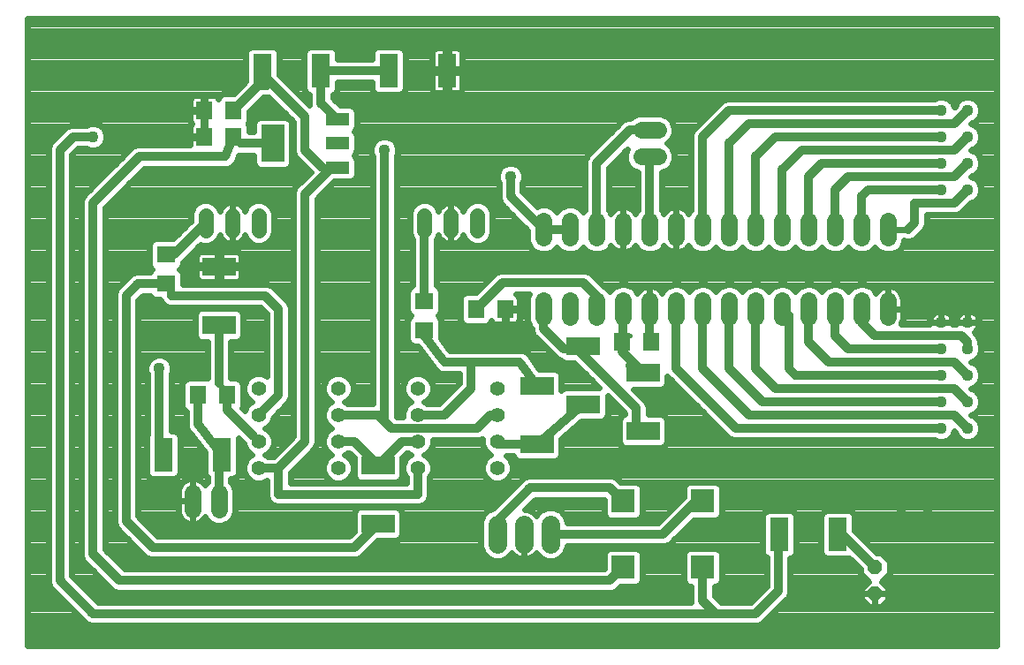
<source format=gbl>
G75*
%MOIN*%
%OFA0B0*%
%FSLAX25Y25*%
%IPPOS*%
%LPD*%
%AMOC8*
5,1,8,0,0,1.08239X$1,22.5*
%
%ADD10R,0.06299X0.07087*%
%ADD11R,0.07087X0.06299*%
%ADD12R,0.08800X0.04800*%
%ADD13R,0.08661X0.14173*%
%ADD14C,0.05600*%
%ADD15C,0.06400*%
%ADD16OC8,0.05600*%
%ADD17R,0.12598X0.07087*%
%ADD18C,0.05600*%
%ADD19R,0.07087X0.12598*%
%ADD20R,0.08858X0.08858*%
%ADD21C,0.07124*%
%ADD22C,0.04369*%
%ADD23C,0.03200*%
%ADD24C,0.02400*%
%ADD25C,0.01600*%
%ADD26C,0.04362*%
D10*
X0069188Y0099700D03*
X0080212Y0099700D03*
X0174188Y0132200D03*
X0185212Y0132200D03*
X0229188Y0119700D03*
X0240212Y0119700D03*
X0082712Y0197200D03*
X0071688Y0197200D03*
X0071688Y0207200D03*
X0082712Y0207200D03*
D11*
X0057200Y0152712D03*
X0057200Y0141688D03*
X0154700Y0135212D03*
X0154700Y0124188D03*
D12*
X0121900Y0185600D03*
X0121900Y0194700D03*
X0121900Y0203800D03*
D13*
X0097499Y0194700D03*
D14*
X0092200Y0102200D03*
X0092200Y0092200D03*
X0092200Y0082200D03*
X0092200Y0072200D03*
X0122200Y0072200D03*
X0122200Y0082200D03*
X0122200Y0092200D03*
X0122200Y0102200D03*
X0152200Y0102200D03*
X0152200Y0092200D03*
X0152200Y0082200D03*
X0152200Y0072200D03*
X0182200Y0072200D03*
X0182200Y0082200D03*
X0182200Y0092200D03*
X0182200Y0102200D03*
D15*
X0199700Y0129000D02*
X0199700Y0135400D01*
X0209700Y0135400D02*
X0209700Y0129000D01*
X0219700Y0129000D02*
X0219700Y0135400D01*
X0229700Y0135400D02*
X0229700Y0129000D01*
X0239700Y0129000D02*
X0239700Y0135400D01*
X0249700Y0135400D02*
X0249700Y0129000D01*
X0259700Y0129000D02*
X0259700Y0135400D01*
X0269700Y0135400D02*
X0269700Y0129000D01*
X0279700Y0129000D02*
X0279700Y0135400D01*
X0289700Y0135400D02*
X0289700Y0129000D01*
X0299700Y0129000D02*
X0299700Y0135400D01*
X0309700Y0135400D02*
X0309700Y0129000D01*
X0319700Y0129000D02*
X0319700Y0135400D01*
X0329700Y0135400D02*
X0329700Y0129000D01*
X0329700Y0159000D02*
X0329700Y0165400D01*
X0319700Y0165400D02*
X0319700Y0159000D01*
X0309700Y0159000D02*
X0309700Y0165400D01*
X0299700Y0165400D02*
X0299700Y0159000D01*
X0289700Y0159000D02*
X0289700Y0165400D01*
X0279700Y0165400D02*
X0279700Y0159000D01*
X0269700Y0159000D02*
X0269700Y0165400D01*
X0259700Y0165400D02*
X0259700Y0159000D01*
X0249700Y0159000D02*
X0249700Y0165400D01*
X0239700Y0165400D02*
X0239700Y0159000D01*
X0229700Y0159000D02*
X0229700Y0165400D01*
X0219700Y0165400D02*
X0219700Y0159000D01*
X0209700Y0159000D02*
X0209700Y0165400D01*
X0199700Y0165400D02*
X0199700Y0159000D01*
X0236500Y0189700D02*
X0242900Y0189700D01*
X0242900Y0199700D02*
X0236500Y0199700D01*
X0077200Y0062900D02*
X0077200Y0056500D01*
X0067200Y0056500D02*
X0067200Y0062900D01*
D16*
X0324700Y0034700D03*
X0324700Y0024700D03*
D17*
X0237200Y0086176D03*
X0214700Y0096176D03*
X0197200Y0103224D03*
X0214700Y0118224D03*
X0237200Y0108224D03*
X0197200Y0081176D03*
X0137200Y0073224D03*
X0137200Y0051176D03*
X0077200Y0126176D03*
X0077200Y0148224D03*
D18*
X0072200Y0161900D02*
X0072200Y0167500D01*
X0082200Y0167500D02*
X0082200Y0161900D01*
X0092200Y0161900D02*
X0092200Y0167500D01*
X0154700Y0167500D02*
X0154700Y0161900D01*
X0164700Y0161900D02*
X0164700Y0167500D01*
X0174700Y0167500D02*
X0174700Y0161900D01*
D19*
X0163224Y0222200D03*
X0141176Y0222200D03*
X0115724Y0222200D03*
X0093676Y0222200D03*
X0078224Y0077200D03*
X0056176Y0077200D03*
X0288676Y0047200D03*
X0310724Y0047200D03*
D20*
X0259700Y0034700D03*
X0229700Y0034700D03*
X0229700Y0059700D03*
X0259700Y0059700D03*
D21*
X0202200Y0050762D02*
X0202200Y0043638D01*
X0192200Y0043638D02*
X0192200Y0050762D01*
X0182200Y0050762D02*
X0182200Y0043638D01*
D22*
X0349700Y0087200D03*
X0359700Y0087200D03*
X0359700Y0097200D03*
X0349700Y0097200D03*
X0349700Y0107200D03*
X0359700Y0107200D03*
X0359700Y0117200D03*
X0349700Y0117200D03*
X0349700Y0127200D03*
X0359700Y0127200D03*
X0359700Y0177200D03*
X0349700Y0177200D03*
X0349700Y0187200D03*
X0359700Y0187200D03*
X0359700Y0197200D03*
X0349700Y0197200D03*
X0349700Y0207200D03*
X0359700Y0207200D03*
D23*
X0354700Y0202200D01*
X0277200Y0202200D01*
X0269700Y0194700D01*
X0269700Y0162200D01*
X0279700Y0162200D02*
X0279700Y0189700D01*
X0287200Y0197200D01*
X0349700Y0197200D01*
X0354700Y0192200D02*
X0359700Y0197200D01*
X0354700Y0192200D02*
X0297200Y0192200D01*
X0289700Y0184700D01*
X0289700Y0162200D01*
X0299700Y0162200D02*
X0299700Y0182200D01*
X0304700Y0187200D01*
X0349700Y0187200D01*
X0354700Y0182200D02*
X0359700Y0187200D01*
X0354700Y0182200D02*
X0314700Y0182200D01*
X0309700Y0177200D01*
X0309700Y0162200D01*
X0319700Y0162200D02*
X0319700Y0174700D01*
X0322200Y0177200D01*
X0349700Y0177200D01*
X0354700Y0172200D02*
X0339700Y0172200D01*
X0339700Y0164700D01*
X0337200Y0162200D01*
X0354700Y0172200D02*
X0359700Y0177200D01*
X0349700Y0207200D02*
X0269700Y0207200D01*
X0259700Y0197200D01*
X0259700Y0162200D01*
X0239700Y0162200D02*
X0239700Y0189700D01*
X0239700Y0199700D02*
X0232200Y0199700D01*
X0219700Y0187200D01*
X0219700Y0162200D01*
X0209700Y0162200D02*
X0199700Y0162200D01*
X0187200Y0174700D01*
X0187200Y0182200D01*
X0154700Y0164700D02*
X0154700Y0135212D01*
X0154700Y0124188D02*
X0154700Y0122200D01*
X0162200Y0112200D01*
X0172200Y0112200D01*
X0172200Y0102200D01*
X0162200Y0092200D01*
X0152200Y0092200D01*
X0142200Y0087200D02*
X0139700Y0089700D01*
X0139700Y0192200D01*
X0119700Y0185600D02*
X0109700Y0175600D01*
X0109700Y0082200D01*
X0099700Y0072200D01*
X0099700Y0062200D01*
X0152200Y0062200D01*
X0152200Y0072200D01*
X0152200Y0082200D02*
X0146176Y0082200D01*
X0137200Y0073224D01*
X0128224Y0082200D01*
X0122200Y0082200D01*
X0122200Y0092200D02*
X0137200Y0092200D01*
X0139700Y0089700D01*
X0142200Y0087200D02*
X0174700Y0087200D01*
X0179700Y0092200D01*
X0183224Y0081176D02*
X0197200Y0081176D01*
X0214700Y0096176D01*
X0197200Y0103224D02*
X0190724Y0112200D01*
X0172200Y0112200D01*
X0199700Y0124700D02*
X0207200Y0117200D01*
X0213676Y0117200D01*
X0213676Y0115724D01*
X0234700Y0094700D01*
X0234700Y0088676D01*
X0237200Y0086176D01*
X0224700Y0064700D02*
X0194700Y0064700D01*
X0182200Y0052200D01*
X0182200Y0047200D01*
X0202200Y0047200D02*
X0244700Y0047200D01*
X0257200Y0059700D01*
X0259700Y0059700D01*
X0229700Y0059700D02*
X0224700Y0064700D01*
X0249700Y0109700D02*
X0272200Y0087200D01*
X0349700Y0087200D01*
X0354700Y0092200D02*
X0277200Y0092200D01*
X0259700Y0109700D01*
X0259700Y0132200D01*
X0249700Y0132200D02*
X0249700Y0109700D01*
X0237200Y0108224D02*
X0229188Y0116235D01*
X0229188Y0119700D01*
X0230720Y0120918D02*
X0229700Y0121938D01*
X0229700Y0132200D01*
X0239700Y0132200D02*
X0239700Y0122712D01*
X0232200Y0110724D02*
X0237200Y0108224D01*
X0214700Y0118224D02*
X0213676Y0117200D01*
X0199700Y0124700D02*
X0199700Y0132200D01*
X0214700Y0142200D02*
X0184188Y0142200D01*
X0174188Y0132200D01*
X0214700Y0142200D02*
X0219700Y0137200D01*
X0219700Y0132200D01*
X0269700Y0132200D02*
X0269700Y0109700D01*
X0282200Y0097200D01*
X0349700Y0097200D01*
X0354700Y0092200D02*
X0359700Y0087200D01*
X0359700Y0097200D02*
X0354700Y0102200D01*
X0287200Y0102200D01*
X0279700Y0109700D01*
X0279700Y0132200D01*
X0292200Y0129700D02*
X0292200Y0109700D01*
X0294700Y0107200D01*
X0349700Y0107200D01*
X0354700Y0112200D02*
X0359700Y0107200D01*
X0354700Y0112200D02*
X0307200Y0112200D01*
X0299700Y0119700D01*
X0299700Y0132200D01*
X0309700Y0132200D02*
X0309700Y0122200D01*
X0314700Y0117200D01*
X0349700Y0117200D01*
X0357200Y0122200D02*
X0359700Y0119700D01*
X0359700Y0117200D01*
X0357200Y0122200D02*
X0324700Y0122200D01*
X0319700Y0127200D01*
X0310724Y0048676D02*
X0324700Y0034700D01*
X0288224Y0025724D02*
X0279700Y0017200D01*
X0264700Y0017200D01*
X0259700Y0022200D01*
X0259700Y0034700D01*
X0288224Y0025724D02*
X0288224Y0045724D01*
X0264700Y0017200D02*
X0029700Y0017200D01*
X0017200Y0029700D01*
X0017200Y0192200D01*
X0022200Y0197200D01*
X0029700Y0197200D01*
X0047200Y0189700D02*
X0029700Y0172200D01*
X0029700Y0039700D01*
X0039700Y0029700D01*
X0224700Y0029700D01*
X0229700Y0034700D01*
X0137200Y0051176D02*
X0128224Y0042200D01*
X0052200Y0042200D01*
X0042200Y0052200D01*
X0042200Y0137200D01*
X0046688Y0141688D01*
X0057200Y0141688D01*
X0059188Y0137200D02*
X0094700Y0137200D01*
X0099700Y0132200D01*
X0099700Y0099700D01*
X0092200Y0092200D01*
X0090212Y0084188D02*
X0080212Y0094188D01*
X0080212Y0099700D01*
X0077200Y0104188D02*
X0077200Y0126176D01*
X0054700Y0109700D02*
X0054700Y0083676D01*
X0069188Y0088735D02*
X0069188Y0099700D01*
X0069188Y0088735D02*
X0078224Y0077200D01*
X0077200Y0076176D02*
X0077200Y0059700D01*
X0092200Y0072200D02*
X0099700Y0072200D01*
X0060212Y0152712D02*
X0072200Y0164700D01*
X0079700Y0189700D02*
X0047200Y0189700D01*
X0079700Y0189700D02*
X0082712Y0197200D01*
X0085212Y0194700D02*
X0097499Y0194700D01*
X0109700Y0192200D02*
X0109700Y0204700D01*
X0094188Y0220212D01*
X0091747Y0216235D02*
X0082712Y0207200D01*
X0109700Y0192200D02*
X0116300Y0185600D01*
X0121900Y0203800D02*
X0115724Y0209976D01*
X0115724Y0222200D01*
X0141176Y0222200D01*
D24*
X0005000Y0241861D02*
X0005000Y0005000D01*
X0370601Y0005000D01*
X0370601Y0241861D01*
X0005000Y0241861D01*
X0005000Y0239653D02*
X0370601Y0239653D01*
X0370601Y0237254D02*
X0005000Y0237254D01*
X0005000Y0234856D02*
X0370601Y0234856D01*
X0370601Y0232457D02*
X0005000Y0232457D01*
X0005000Y0230059D02*
X0087748Y0230059D01*
X0087759Y0230085D02*
X0087333Y0229056D01*
X0087333Y0218044D01*
X0082833Y0213543D01*
X0079005Y0213543D01*
X0077976Y0213117D01*
X0077188Y0212329D01*
X0076885Y0211597D01*
X0076598Y0212094D01*
X0076189Y0212504D01*
X0075687Y0212793D01*
X0075127Y0212943D01*
X0072063Y0212943D01*
X0072063Y0207575D01*
X0071313Y0207575D01*
X0071313Y0206825D01*
X0066339Y0206825D01*
X0066339Y0203367D01*
X0066489Y0202808D01*
X0066778Y0202306D01*
X0066884Y0202200D01*
X0066778Y0202094D01*
X0066489Y0201592D01*
X0066339Y0201033D01*
X0066339Y0197575D01*
X0071313Y0197575D01*
X0071313Y0196825D01*
X0066339Y0196825D01*
X0066339Y0194100D01*
X0046325Y0194100D01*
X0044708Y0193430D01*
X0025970Y0174692D01*
X0025300Y0173075D01*
X0025300Y0038825D01*
X0025970Y0037208D01*
X0035970Y0027208D01*
X0037208Y0025970D01*
X0038825Y0025300D01*
X0225575Y0025300D01*
X0227192Y0025970D01*
X0228693Y0027471D01*
X0234686Y0027471D01*
X0235715Y0027897D01*
X0236503Y0028685D01*
X0236929Y0029714D01*
X0236929Y0039686D01*
X0236503Y0040715D01*
X0235715Y0041503D01*
X0234686Y0041929D01*
X0224714Y0041929D01*
X0223685Y0041503D01*
X0222897Y0040715D01*
X0222471Y0039686D01*
X0222471Y0034100D01*
X0041523Y0034100D01*
X0034100Y0041523D01*
X0034100Y0170377D01*
X0049023Y0185300D01*
X0078850Y0185300D01*
X0078873Y0185291D01*
X0079724Y0185300D01*
X0080575Y0185300D01*
X0080598Y0185309D01*
X0080623Y0185310D01*
X0081406Y0185644D01*
X0082192Y0185970D01*
X0082210Y0185987D01*
X0082233Y0185997D01*
X0082828Y0186605D01*
X0083430Y0187208D01*
X0083440Y0187230D01*
X0083457Y0187248D01*
X0083774Y0188038D01*
X0084100Y0188825D01*
X0084100Y0188850D01*
X0084682Y0190300D01*
X0090369Y0190300D01*
X0090369Y0187056D01*
X0090795Y0186027D01*
X0091582Y0185240D01*
X0092612Y0184813D01*
X0102387Y0184813D01*
X0103416Y0185240D01*
X0104204Y0186027D01*
X0104630Y0187056D01*
X0104630Y0202344D01*
X0104204Y0203373D01*
X0103416Y0204160D01*
X0102387Y0204587D01*
X0092612Y0204587D01*
X0091582Y0204160D01*
X0090795Y0203373D01*
X0090369Y0202344D01*
X0090369Y0199100D01*
X0088661Y0199100D01*
X0088661Y0201300D01*
X0088289Y0202200D01*
X0088661Y0203100D01*
X0088661Y0206927D01*
X0093970Y0212235D01*
X0094930Y0212235D01*
X0095438Y0212163D01*
X0095718Y0212235D01*
X0095942Y0212235D01*
X0105300Y0202877D01*
X0105300Y0191325D01*
X0105970Y0189708D01*
X0107208Y0188470D01*
X0111777Y0183900D01*
X0107208Y0179330D01*
X0107208Y0179330D01*
X0105970Y0178092D01*
X0105300Y0176475D01*
X0105300Y0084023D01*
X0097877Y0076600D01*
X0095720Y0076600D01*
X0095372Y0076947D01*
X0094762Y0077200D01*
X0095372Y0077453D01*
X0096947Y0079028D01*
X0097800Y0081086D01*
X0097800Y0083314D01*
X0096947Y0085372D01*
X0095372Y0086947D01*
X0094762Y0087200D01*
X0095372Y0087453D01*
X0096947Y0089028D01*
X0097800Y0091086D01*
X0097800Y0091577D01*
X0102192Y0095970D01*
X0103430Y0097208D01*
X0104100Y0098825D01*
X0104100Y0133075D01*
X0103430Y0134692D01*
X0102192Y0135930D01*
X0097192Y0140930D01*
X0095575Y0141600D01*
X0063543Y0141600D01*
X0063543Y0145395D01*
X0063117Y0146424D01*
X0062341Y0147200D01*
X0063117Y0147976D01*
X0063543Y0149005D01*
X0063543Y0149821D01*
X0070334Y0156612D01*
X0071086Y0156300D01*
X0073314Y0156300D01*
X0075372Y0157153D01*
X0076947Y0158728D01*
X0077522Y0160116D01*
X0077566Y0159981D01*
X0077924Y0159279D01*
X0078386Y0158643D01*
X0078943Y0158086D01*
X0079579Y0157624D01*
X0080281Y0157266D01*
X0081029Y0157023D01*
X0081806Y0156900D01*
X0082200Y0156900D01*
X0082594Y0156900D01*
X0083371Y0157023D01*
X0084119Y0157266D01*
X0084821Y0157624D01*
X0085457Y0158086D01*
X0086014Y0158643D01*
X0086476Y0159279D01*
X0086834Y0159981D01*
X0086878Y0160116D01*
X0087453Y0158728D01*
X0089028Y0157153D01*
X0091086Y0156300D01*
X0093314Y0156300D01*
X0095372Y0157153D01*
X0096947Y0158728D01*
X0097800Y0160786D01*
X0097800Y0168614D01*
X0096947Y0170672D01*
X0095372Y0172247D01*
X0093314Y0173100D01*
X0091086Y0173100D01*
X0089028Y0172247D01*
X0087453Y0170672D01*
X0086878Y0169284D01*
X0086834Y0169419D01*
X0086476Y0170121D01*
X0086014Y0170757D01*
X0085457Y0171314D01*
X0084821Y0171776D01*
X0084119Y0172134D01*
X0083371Y0172377D01*
X0082594Y0172500D01*
X0082200Y0172500D01*
X0082200Y0164700D01*
X0082200Y0164700D01*
X0082200Y0172500D01*
X0081806Y0172500D01*
X0081029Y0172377D01*
X0080281Y0172134D01*
X0079579Y0171776D01*
X0078943Y0171314D01*
X0078386Y0170757D01*
X0077924Y0170121D01*
X0077566Y0169419D01*
X0077522Y0169284D01*
X0076947Y0170672D01*
X0075372Y0172247D01*
X0073314Y0173100D01*
X0071086Y0173100D01*
X0069028Y0172247D01*
X0067453Y0170672D01*
X0066600Y0168614D01*
X0066600Y0165323D01*
X0059939Y0158661D01*
X0053100Y0158661D01*
X0052071Y0158235D01*
X0051283Y0157447D01*
X0050857Y0156418D01*
X0050857Y0149005D01*
X0051283Y0147976D01*
X0052059Y0147200D01*
X0051283Y0146424D01*
X0051144Y0146088D01*
X0045813Y0146088D01*
X0044196Y0145418D01*
X0042958Y0144181D01*
X0038470Y0139692D01*
X0037800Y0138075D01*
X0037800Y0051325D01*
X0038470Y0049708D01*
X0039708Y0048470D01*
X0049708Y0038470D01*
X0051325Y0037800D01*
X0129099Y0037800D01*
X0130716Y0038470D01*
X0131954Y0039708D01*
X0137079Y0044833D01*
X0144056Y0044833D01*
X0145085Y0045259D01*
X0145873Y0046047D01*
X0146299Y0047076D01*
X0146299Y0055277D01*
X0145873Y0056306D01*
X0145085Y0057093D01*
X0144056Y0057520D01*
X0130344Y0057520D01*
X0129315Y0057093D01*
X0128527Y0056306D01*
X0128101Y0055277D01*
X0128101Y0048300D01*
X0126401Y0046600D01*
X0054023Y0046600D01*
X0046600Y0054023D01*
X0046600Y0135377D01*
X0048511Y0137288D01*
X0051144Y0137288D01*
X0051283Y0136953D01*
X0052071Y0136165D01*
X0053100Y0135739D01*
X0055031Y0135739D01*
X0055458Y0134708D01*
X0056696Y0133470D01*
X0058313Y0132800D01*
X0092877Y0132800D01*
X0095300Y0130377D01*
X0095300Y0106977D01*
X0093314Y0107800D01*
X0091086Y0107800D01*
X0089028Y0106947D01*
X0087453Y0105372D01*
X0086600Y0103314D01*
X0086600Y0101086D01*
X0087453Y0099028D01*
X0089028Y0097453D01*
X0089638Y0097200D01*
X0089028Y0096947D01*
X0087453Y0095372D01*
X0086808Y0093815D01*
X0085828Y0094795D01*
X0086161Y0095600D01*
X0086161Y0103800D01*
X0085735Y0104829D01*
X0084947Y0105617D01*
X0083918Y0106043D01*
X0081600Y0106043D01*
X0081600Y0119833D01*
X0084056Y0119833D01*
X0085085Y0120259D01*
X0085873Y0121047D01*
X0086299Y0122076D01*
X0086299Y0130277D01*
X0085873Y0131306D01*
X0085085Y0132093D01*
X0084056Y0132520D01*
X0070344Y0132520D01*
X0069315Y0132093D01*
X0068527Y0131306D01*
X0068101Y0130277D01*
X0068101Y0122076D01*
X0068527Y0121047D01*
X0069315Y0120259D01*
X0070344Y0119833D01*
X0072800Y0119833D01*
X0072800Y0106043D01*
X0065482Y0106043D01*
X0064453Y0105617D01*
X0063665Y0104829D01*
X0063239Y0103800D01*
X0063239Y0095600D01*
X0063665Y0094571D01*
X0064453Y0093783D01*
X0064788Y0093644D01*
X0064788Y0089002D01*
X0064715Y0088397D01*
X0064788Y0088134D01*
X0064788Y0087860D01*
X0065021Y0087298D01*
X0065185Y0086711D01*
X0065353Y0086496D01*
X0065458Y0086243D01*
X0065889Y0085813D01*
X0071880Y0078163D01*
X0071880Y0070344D01*
X0072307Y0069315D01*
X0072800Y0068821D01*
X0072800Y0066985D01*
X0072113Y0066299D01*
X0071851Y0065666D01*
X0071818Y0065730D01*
X0071319Y0066418D01*
X0070718Y0067019D01*
X0070030Y0067518D01*
X0069273Y0067904D01*
X0068465Y0068167D01*
X0067625Y0068300D01*
X0067200Y0068300D01*
X0067200Y0059700D01*
X0067200Y0059700D01*
X0067200Y0051100D01*
X0067625Y0051100D01*
X0068465Y0051233D01*
X0069273Y0051496D01*
X0070030Y0051882D01*
X0070718Y0052381D01*
X0071319Y0052982D01*
X0071818Y0053670D01*
X0071851Y0053734D01*
X0072113Y0053101D01*
X0073801Y0051413D01*
X0076007Y0050500D01*
X0078393Y0050500D01*
X0080599Y0051413D01*
X0082287Y0053101D01*
X0083200Y0055307D01*
X0083200Y0064093D01*
X0082287Y0066299D01*
X0081600Y0066985D01*
X0081600Y0068101D01*
X0082324Y0068101D01*
X0083353Y0068527D01*
X0084141Y0069315D01*
X0084567Y0070344D01*
X0084567Y0083611D01*
X0086600Y0081577D01*
X0086600Y0081086D01*
X0087453Y0079028D01*
X0089028Y0077453D01*
X0089638Y0077200D01*
X0089028Y0076947D01*
X0087453Y0075372D01*
X0086600Y0073314D01*
X0086600Y0071086D01*
X0087453Y0069028D01*
X0089028Y0067453D01*
X0091086Y0066600D01*
X0093314Y0066600D01*
X0095300Y0067423D01*
X0095300Y0061325D01*
X0095970Y0059708D01*
X0097208Y0058470D01*
X0098825Y0057800D01*
X0153075Y0057800D01*
X0154692Y0058470D01*
X0155930Y0059708D01*
X0156600Y0061325D01*
X0156600Y0068680D01*
X0156947Y0069028D01*
X0157800Y0071086D01*
X0157800Y0073314D01*
X0156947Y0075372D01*
X0155372Y0076947D01*
X0154762Y0077200D01*
X0155372Y0077453D01*
X0156947Y0079028D01*
X0157800Y0081086D01*
X0157800Y0082800D01*
X0175575Y0082800D01*
X0176600Y0083224D01*
X0176600Y0081086D01*
X0177453Y0079028D01*
X0179028Y0077453D01*
X0179638Y0077200D01*
X0179028Y0076947D01*
X0177453Y0075372D01*
X0176600Y0073314D01*
X0176600Y0071086D01*
X0177453Y0069028D01*
X0179028Y0067453D01*
X0181086Y0066600D01*
X0183314Y0066600D01*
X0185372Y0067453D01*
X0186947Y0069028D01*
X0187800Y0071086D01*
X0187800Y0073314D01*
X0186947Y0075372D01*
X0185543Y0076776D01*
X0188225Y0076776D01*
X0188527Y0076047D01*
X0189315Y0075259D01*
X0190344Y0074833D01*
X0204056Y0074833D01*
X0205085Y0075259D01*
X0205873Y0076047D01*
X0206299Y0077076D01*
X0206299Y0083181D01*
X0214060Y0089833D01*
X0221556Y0089833D01*
X0222585Y0090259D01*
X0223373Y0091047D01*
X0223799Y0092076D01*
X0223799Y0099378D01*
X0230300Y0092877D01*
X0230300Y0092502D01*
X0229315Y0092093D01*
X0228527Y0091306D01*
X0228101Y0090277D01*
X0228101Y0082076D01*
X0228527Y0081047D01*
X0229315Y0080259D01*
X0230344Y0079833D01*
X0244056Y0079833D01*
X0245085Y0080259D01*
X0245873Y0081047D01*
X0246299Y0082076D01*
X0246299Y0090277D01*
X0245873Y0091306D01*
X0245085Y0092093D01*
X0244056Y0092520D01*
X0239100Y0092520D01*
X0239100Y0095575D01*
X0238430Y0097192D01*
X0237192Y0098430D01*
X0233742Y0101880D01*
X0244056Y0101880D01*
X0245085Y0102307D01*
X0245873Y0103094D01*
X0246299Y0104123D01*
X0246299Y0106878D01*
X0247208Y0105970D01*
X0269708Y0083470D01*
X0271325Y0082800D01*
X0347298Y0082800D01*
X0348709Y0082216D01*
X0350691Y0082216D01*
X0352523Y0082975D01*
X0353925Y0084377D01*
X0354621Y0086056D01*
X0354890Y0085787D01*
X0355475Y0084377D01*
X0356877Y0082975D01*
X0358709Y0082216D01*
X0360691Y0082216D01*
X0362523Y0082975D01*
X0363925Y0084377D01*
X0364684Y0086209D01*
X0364684Y0088191D01*
X0363925Y0090023D01*
X0362523Y0091425D01*
X0361113Y0092010D01*
X0360844Y0092279D01*
X0362523Y0092975D01*
X0363925Y0094377D01*
X0364684Y0096209D01*
X0364684Y0098191D01*
X0363925Y0100023D01*
X0362523Y0101425D01*
X0361113Y0102010D01*
X0360844Y0102279D01*
X0362523Y0102975D01*
X0363925Y0104377D01*
X0364684Y0106209D01*
X0364684Y0108191D01*
X0363925Y0110023D01*
X0362523Y0111425D01*
X0361113Y0112010D01*
X0360844Y0112279D01*
X0362523Y0112975D01*
X0363925Y0114377D01*
X0364684Y0116209D01*
X0364684Y0118191D01*
X0364100Y0119602D01*
X0364100Y0120575D01*
X0363430Y0122192D01*
X0362192Y0123430D01*
X0362099Y0123524D01*
X0362556Y0123856D01*
X0363044Y0124344D01*
X0363450Y0124902D01*
X0363763Y0125517D01*
X0363976Y0126173D01*
X0364084Y0126855D01*
X0364084Y0127200D01*
X0364084Y0127545D01*
X0363976Y0128227D01*
X0363763Y0128883D01*
X0363450Y0129498D01*
X0363044Y0130056D01*
X0362556Y0130544D01*
X0361998Y0130950D01*
X0361383Y0131263D01*
X0360727Y0131476D01*
X0360045Y0131584D01*
X0359700Y0131584D01*
X0359700Y0127200D01*
X0364084Y0127200D01*
X0359700Y0127200D01*
X0359700Y0127200D01*
X0359700Y0127200D01*
X0359700Y0127200D01*
X0355316Y0127200D01*
X0355316Y0127545D01*
X0355424Y0128227D01*
X0355637Y0128883D01*
X0355950Y0129498D01*
X0356356Y0130056D01*
X0356844Y0130544D01*
X0357402Y0130950D01*
X0358017Y0131263D01*
X0358673Y0131476D01*
X0359355Y0131584D01*
X0359700Y0131584D01*
X0359700Y0127200D01*
X0355316Y0127200D01*
X0355316Y0126855D01*
X0355356Y0126600D01*
X0354044Y0126600D01*
X0354084Y0126855D01*
X0354084Y0127200D01*
X0354084Y0127545D01*
X0353976Y0128227D01*
X0353763Y0128883D01*
X0353450Y0129498D01*
X0353044Y0130056D01*
X0352556Y0130544D01*
X0351998Y0130950D01*
X0351383Y0131263D01*
X0350727Y0131476D01*
X0350045Y0131584D01*
X0349700Y0131584D01*
X0349700Y0127200D01*
X0349700Y0127200D01*
X0354084Y0127200D01*
X0349700Y0127200D01*
X0349700Y0127200D01*
X0349700Y0127200D01*
X0345316Y0127200D01*
X0345316Y0127545D01*
X0345424Y0128227D01*
X0345637Y0128883D01*
X0345950Y0129498D01*
X0346356Y0130056D01*
X0346844Y0130544D01*
X0347402Y0130950D01*
X0348017Y0131263D01*
X0348673Y0131476D01*
X0349355Y0131584D01*
X0349700Y0131584D01*
X0349700Y0127200D01*
X0345316Y0127200D01*
X0345316Y0126855D01*
X0345356Y0126600D01*
X0334538Y0126600D01*
X0334704Y0126927D01*
X0334967Y0127735D01*
X0335100Y0128575D01*
X0335100Y0132200D01*
X0335100Y0135825D01*
X0334967Y0136665D01*
X0334704Y0137473D01*
X0334318Y0138230D01*
X0333819Y0138918D01*
X0333218Y0139519D01*
X0332530Y0140018D01*
X0331773Y0140404D01*
X0330965Y0140667D01*
X0330125Y0140800D01*
X0329700Y0140800D01*
X0329700Y0132200D01*
X0329700Y0132200D01*
X0335100Y0132200D01*
X0329700Y0132200D01*
X0329700Y0132200D01*
X0329700Y0140800D01*
X0329275Y0140800D01*
X0328435Y0140667D01*
X0327627Y0140404D01*
X0326870Y0140018D01*
X0326182Y0139519D01*
X0325581Y0138918D01*
X0325082Y0138230D01*
X0325049Y0138166D01*
X0324787Y0138799D01*
X0323099Y0140487D01*
X0320893Y0141400D01*
X0318507Y0141400D01*
X0316301Y0140487D01*
X0314700Y0138885D01*
X0313099Y0140487D01*
X0310893Y0141400D01*
X0308507Y0141400D01*
X0306301Y0140487D01*
X0304700Y0138885D01*
X0303099Y0140487D01*
X0300893Y0141400D01*
X0298507Y0141400D01*
X0296301Y0140487D01*
X0294700Y0138885D01*
X0293099Y0140487D01*
X0290893Y0141400D01*
X0288507Y0141400D01*
X0286301Y0140487D01*
X0284700Y0138885D01*
X0283099Y0140487D01*
X0280893Y0141400D01*
X0278507Y0141400D01*
X0276301Y0140487D01*
X0274700Y0138885D01*
X0273099Y0140487D01*
X0270893Y0141400D01*
X0268507Y0141400D01*
X0266301Y0140487D01*
X0264700Y0138885D01*
X0263099Y0140487D01*
X0260893Y0141400D01*
X0258507Y0141400D01*
X0256301Y0140487D01*
X0254700Y0138885D01*
X0253099Y0140487D01*
X0250893Y0141400D01*
X0248507Y0141400D01*
X0246301Y0140487D01*
X0244613Y0138799D01*
X0244351Y0138166D01*
X0244318Y0138230D01*
X0243819Y0138918D01*
X0243218Y0139519D01*
X0242530Y0140018D01*
X0241773Y0140404D01*
X0240965Y0140667D01*
X0240125Y0140800D01*
X0239700Y0140800D01*
X0239700Y0132200D01*
X0239700Y0132200D01*
X0239700Y0140800D01*
X0239275Y0140800D01*
X0238435Y0140667D01*
X0237627Y0140404D01*
X0236870Y0140018D01*
X0236182Y0139519D01*
X0235581Y0138918D01*
X0235082Y0138230D01*
X0235049Y0138166D01*
X0234787Y0138799D01*
X0233099Y0140487D01*
X0230893Y0141400D01*
X0228507Y0141400D01*
X0226301Y0140487D01*
X0224700Y0138885D01*
X0223099Y0140487D01*
X0222309Y0140814D01*
X0222192Y0140930D01*
X0217192Y0145930D01*
X0215575Y0146600D01*
X0183313Y0146600D01*
X0181696Y0145930D01*
X0180458Y0144692D01*
X0174309Y0138543D01*
X0170482Y0138543D01*
X0169453Y0138117D01*
X0168665Y0137329D01*
X0168239Y0136300D01*
X0168239Y0128100D01*
X0168665Y0127071D01*
X0169453Y0126283D01*
X0170482Y0125857D01*
X0177895Y0125857D01*
X0178924Y0126283D01*
X0179712Y0127071D01*
X0180015Y0127803D01*
X0180302Y0127306D01*
X0180711Y0126896D01*
X0181213Y0126607D01*
X0181773Y0126457D01*
X0184837Y0126457D01*
X0184837Y0131825D01*
X0185587Y0131825D01*
X0185587Y0132575D01*
X0190561Y0132575D01*
X0190561Y0136033D01*
X0190411Y0136592D01*
X0190122Y0137094D01*
X0189712Y0137504D01*
X0189211Y0137793D01*
X0189186Y0137800D01*
X0194200Y0137800D01*
X0193700Y0136593D01*
X0193700Y0127807D01*
X0194613Y0125601D01*
X0195300Y0124915D01*
X0195300Y0123825D01*
X0195970Y0122208D01*
X0203470Y0114708D01*
X0203470Y0114708D01*
X0204708Y0113470D01*
X0206319Y0112802D01*
X0206815Y0112307D01*
X0207844Y0111880D01*
X0211297Y0111880D01*
X0220658Y0102520D01*
X0207844Y0102520D01*
X0206815Y0102093D01*
X0206299Y0101578D01*
X0206299Y0107324D01*
X0205873Y0108353D01*
X0205085Y0109141D01*
X0204056Y0109567D01*
X0198049Y0109567D01*
X0194592Y0114358D01*
X0194454Y0114692D01*
X0194085Y0115061D01*
X0193780Y0115484D01*
X0193472Y0115674D01*
X0193216Y0115930D01*
X0192734Y0116130D01*
X0192290Y0116404D01*
X0191933Y0116462D01*
X0191599Y0116600D01*
X0191077Y0116600D01*
X0190562Y0116683D01*
X0190210Y0116600D01*
X0164400Y0116600D01*
X0161043Y0121076D01*
X0161043Y0127895D01*
X0160617Y0128924D01*
X0159841Y0129700D01*
X0160617Y0130476D01*
X0161043Y0131505D01*
X0161043Y0138918D01*
X0160617Y0139947D01*
X0159829Y0140735D01*
X0159100Y0141037D01*
X0159100Y0158380D01*
X0159447Y0158728D01*
X0160022Y0160116D01*
X0160066Y0159981D01*
X0160424Y0159279D01*
X0160886Y0158643D01*
X0161443Y0158086D01*
X0162079Y0157624D01*
X0162781Y0157266D01*
X0163529Y0157023D01*
X0164306Y0156900D01*
X0164700Y0156900D01*
X0165094Y0156900D01*
X0165871Y0157023D01*
X0166619Y0157266D01*
X0167321Y0157624D01*
X0167957Y0158086D01*
X0168514Y0158643D01*
X0168976Y0159279D01*
X0169334Y0159981D01*
X0169378Y0160116D01*
X0169953Y0158728D01*
X0171528Y0157153D01*
X0173586Y0156300D01*
X0175814Y0156300D01*
X0177872Y0157153D01*
X0179447Y0158728D01*
X0180300Y0160786D01*
X0180300Y0168614D01*
X0179447Y0170672D01*
X0177872Y0172247D01*
X0175814Y0173100D01*
X0173586Y0173100D01*
X0171528Y0172247D01*
X0169953Y0170672D01*
X0169378Y0169284D01*
X0169334Y0169419D01*
X0168976Y0170121D01*
X0168514Y0170757D01*
X0167957Y0171314D01*
X0167321Y0171776D01*
X0166619Y0172134D01*
X0165871Y0172377D01*
X0165094Y0172500D01*
X0164700Y0172500D01*
X0164700Y0164700D01*
X0164700Y0164700D01*
X0164700Y0172500D01*
X0164306Y0172500D01*
X0163529Y0172377D01*
X0162781Y0172134D01*
X0162079Y0171776D01*
X0161443Y0171314D01*
X0160886Y0170757D01*
X0160424Y0170121D01*
X0160066Y0169419D01*
X0160022Y0169284D01*
X0159447Y0170672D01*
X0157872Y0172247D01*
X0155814Y0173100D01*
X0153586Y0173100D01*
X0151528Y0172247D01*
X0149953Y0170672D01*
X0149100Y0168614D01*
X0149100Y0160786D01*
X0149953Y0158728D01*
X0150300Y0158380D01*
X0150300Y0141037D01*
X0149571Y0140735D01*
X0148783Y0139947D01*
X0148357Y0138918D01*
X0148357Y0131505D01*
X0148783Y0130476D01*
X0149559Y0129700D01*
X0148783Y0128924D01*
X0148357Y0127895D01*
X0148357Y0120482D01*
X0148783Y0119453D01*
X0149571Y0118665D01*
X0150600Y0118239D01*
X0152171Y0118239D01*
X0158347Y0110004D01*
X0158470Y0109708D01*
X0158868Y0109310D01*
X0159205Y0108860D01*
X0159481Y0108697D01*
X0159708Y0108470D01*
X0160227Y0108255D01*
X0160711Y0107968D01*
X0161029Y0107923D01*
X0161325Y0107800D01*
X0161887Y0107800D01*
X0162444Y0107720D01*
X0162755Y0107800D01*
X0167800Y0107800D01*
X0167800Y0104023D01*
X0160377Y0096600D01*
X0155720Y0096600D01*
X0155372Y0096947D01*
X0154762Y0097200D01*
X0155372Y0097453D01*
X0156947Y0099028D01*
X0157800Y0101086D01*
X0157800Y0103314D01*
X0156947Y0105372D01*
X0155372Y0106947D01*
X0153314Y0107800D01*
X0151086Y0107800D01*
X0149028Y0106947D01*
X0147453Y0105372D01*
X0146600Y0103314D01*
X0146600Y0101086D01*
X0147453Y0099028D01*
X0149028Y0097453D01*
X0149638Y0097200D01*
X0149028Y0096947D01*
X0147453Y0095372D01*
X0146600Y0093314D01*
X0146600Y0091600D01*
X0144100Y0091600D01*
X0144100Y0189806D01*
X0144681Y0191209D01*
X0144681Y0193191D01*
X0143923Y0195022D01*
X0142522Y0196423D01*
X0140691Y0197181D01*
X0138709Y0197181D01*
X0136878Y0196423D01*
X0135477Y0195022D01*
X0134719Y0193191D01*
X0134719Y0191209D01*
X0135300Y0189806D01*
X0135300Y0096600D01*
X0125720Y0096600D01*
X0125372Y0096947D01*
X0124762Y0097200D01*
X0125372Y0097453D01*
X0126947Y0099028D01*
X0127800Y0101086D01*
X0127800Y0103314D01*
X0126947Y0105372D01*
X0125372Y0106947D01*
X0123314Y0107800D01*
X0121086Y0107800D01*
X0119028Y0106947D01*
X0117453Y0105372D01*
X0116600Y0103314D01*
X0116600Y0101086D01*
X0117453Y0099028D01*
X0119028Y0097453D01*
X0119638Y0097200D01*
X0119028Y0096947D01*
X0117453Y0095372D01*
X0116600Y0093314D01*
X0116600Y0091086D01*
X0117453Y0089028D01*
X0119028Y0087453D01*
X0119638Y0087200D01*
X0119028Y0086947D01*
X0117453Y0085372D01*
X0116600Y0083314D01*
X0116600Y0081086D01*
X0117453Y0079028D01*
X0119028Y0077453D01*
X0119638Y0077200D01*
X0119028Y0076947D01*
X0117453Y0075372D01*
X0116600Y0073314D01*
X0116600Y0071086D01*
X0117453Y0069028D01*
X0119028Y0067453D01*
X0121086Y0066600D01*
X0123314Y0066600D01*
X0125372Y0067453D01*
X0126947Y0069028D01*
X0127800Y0071086D01*
X0127800Y0073314D01*
X0126947Y0075372D01*
X0125372Y0076947D01*
X0124762Y0077200D01*
X0125372Y0077453D01*
X0125720Y0077800D01*
X0126401Y0077800D01*
X0128101Y0076100D01*
X0128101Y0069123D01*
X0128527Y0068094D01*
X0129315Y0067307D01*
X0130344Y0066880D01*
X0144056Y0066880D01*
X0145085Y0067307D01*
X0145873Y0068094D01*
X0146299Y0069123D01*
X0146299Y0076100D01*
X0147999Y0077800D01*
X0148680Y0077800D01*
X0149028Y0077453D01*
X0149638Y0077200D01*
X0149028Y0076947D01*
X0147453Y0075372D01*
X0146600Y0073314D01*
X0146600Y0071086D01*
X0147453Y0069028D01*
X0147800Y0068680D01*
X0147800Y0066600D01*
X0104100Y0066600D01*
X0104100Y0070377D01*
X0112192Y0078470D01*
X0113430Y0079708D01*
X0114100Y0081325D01*
X0114100Y0173777D01*
X0120723Y0180400D01*
X0126857Y0180400D01*
X0127886Y0180826D01*
X0128674Y0181614D01*
X0129100Y0182643D01*
X0129100Y0188557D01*
X0128674Y0189586D01*
X0128110Y0190150D01*
X0128674Y0190714D01*
X0129100Y0191743D01*
X0129100Y0197657D01*
X0128674Y0198686D01*
X0128110Y0199250D01*
X0128674Y0199814D01*
X0129100Y0200843D01*
X0129100Y0206757D01*
X0128674Y0207786D01*
X0127886Y0208574D01*
X0126857Y0209000D01*
X0122923Y0209000D01*
X0120124Y0211799D01*
X0120124Y0213225D01*
X0120853Y0213527D01*
X0121641Y0214315D01*
X0122067Y0215344D01*
X0122067Y0217800D01*
X0134833Y0217800D01*
X0134833Y0215344D01*
X0135259Y0214315D01*
X0136047Y0213527D01*
X0137076Y0213101D01*
X0145277Y0213101D01*
X0146306Y0213527D01*
X0147093Y0214315D01*
X0147520Y0215344D01*
X0147520Y0229056D01*
X0147093Y0230085D01*
X0146306Y0230873D01*
X0145277Y0231299D01*
X0137076Y0231299D01*
X0136047Y0230873D01*
X0135259Y0230085D01*
X0134833Y0229056D01*
X0134833Y0226600D01*
X0122067Y0226600D01*
X0122067Y0229056D01*
X0121641Y0230085D01*
X0120853Y0230873D01*
X0119824Y0231299D01*
X0111623Y0231299D01*
X0110594Y0230873D01*
X0109807Y0230085D01*
X0109380Y0229056D01*
X0109380Y0215344D01*
X0109807Y0214315D01*
X0110594Y0213527D01*
X0111324Y0213225D01*
X0111324Y0209299D01*
X0100020Y0220603D01*
X0100020Y0229056D01*
X0099593Y0230085D01*
X0098806Y0230873D01*
X0097777Y0231299D01*
X0089576Y0231299D01*
X0088547Y0230873D01*
X0087759Y0230085D01*
X0087333Y0227660D02*
X0005000Y0227660D01*
X0005000Y0225262D02*
X0087333Y0225262D01*
X0087333Y0222863D02*
X0005000Y0222863D01*
X0005000Y0220465D02*
X0087333Y0220465D01*
X0087333Y0218066D02*
X0005000Y0218066D01*
X0005000Y0215668D02*
X0084957Y0215668D01*
X0078343Y0213269D02*
X0005000Y0213269D01*
X0005000Y0210870D02*
X0066339Y0210870D01*
X0066339Y0211033D02*
X0066339Y0207575D01*
X0071313Y0207575D01*
X0071313Y0212943D01*
X0068249Y0212943D01*
X0067689Y0212793D01*
X0067188Y0212504D01*
X0066778Y0212094D01*
X0066489Y0211592D01*
X0066339Y0211033D01*
X0066339Y0208472D02*
X0005000Y0208472D01*
X0005000Y0206073D02*
X0066339Y0206073D01*
X0066339Y0203675D02*
X0005000Y0203675D01*
X0005000Y0201276D02*
X0020544Y0201276D01*
X0021325Y0201600D02*
X0019708Y0200930D01*
X0018470Y0199692D01*
X0013470Y0194692D01*
X0012800Y0193075D01*
X0012800Y0028825D01*
X0013470Y0027208D01*
X0027208Y0013470D01*
X0028825Y0012800D01*
X0280575Y0012800D01*
X0282192Y0013470D01*
X0283430Y0014708D01*
X0291954Y0023231D01*
X0292624Y0024848D01*
X0292624Y0038101D01*
X0292777Y0038101D01*
X0293806Y0038527D01*
X0294593Y0039315D01*
X0295020Y0040344D01*
X0295020Y0054056D01*
X0294593Y0055085D01*
X0293806Y0055873D01*
X0292777Y0056299D01*
X0284576Y0056299D01*
X0283547Y0055873D01*
X0282759Y0055085D01*
X0282333Y0054056D01*
X0282333Y0040344D01*
X0282759Y0039315D01*
X0283547Y0038527D01*
X0283824Y0038412D01*
X0283824Y0027546D01*
X0277877Y0021600D01*
X0266523Y0021600D01*
X0264100Y0024023D01*
X0264100Y0027471D01*
X0264686Y0027471D01*
X0265715Y0027897D01*
X0266503Y0028685D01*
X0266929Y0029714D01*
X0266929Y0039686D01*
X0266503Y0040715D01*
X0265715Y0041503D01*
X0264686Y0041929D01*
X0254714Y0041929D01*
X0253685Y0041503D01*
X0252897Y0040715D01*
X0252471Y0039686D01*
X0252471Y0029714D01*
X0252897Y0028685D01*
X0253685Y0027897D01*
X0254714Y0027471D01*
X0255300Y0027471D01*
X0255300Y0021600D01*
X0031523Y0021600D01*
X0021600Y0031523D01*
X0021600Y0190377D01*
X0024023Y0192800D01*
X0027306Y0192800D01*
X0028709Y0192219D01*
X0030691Y0192219D01*
X0032522Y0192977D01*
X0033923Y0194378D01*
X0034681Y0196209D01*
X0034681Y0198191D01*
X0033923Y0200022D01*
X0032522Y0201423D01*
X0030691Y0202181D01*
X0028709Y0202181D01*
X0027306Y0201600D01*
X0021325Y0201600D01*
X0017655Y0198878D02*
X0005000Y0198878D01*
X0005000Y0196479D02*
X0015257Y0196479D01*
X0013217Y0194081D02*
X0005000Y0194081D01*
X0005000Y0191682D02*
X0012800Y0191682D01*
X0012800Y0189284D02*
X0005000Y0189284D01*
X0005000Y0186885D02*
X0012800Y0186885D01*
X0012800Y0184487D02*
X0005000Y0184487D01*
X0005000Y0182088D02*
X0012800Y0182088D01*
X0012800Y0179690D02*
X0005000Y0179690D01*
X0005000Y0177291D02*
X0012800Y0177291D01*
X0012800Y0174893D02*
X0005000Y0174893D01*
X0005000Y0172494D02*
X0012800Y0172494D01*
X0012800Y0170096D02*
X0005000Y0170096D01*
X0005000Y0167697D02*
X0012800Y0167697D01*
X0012800Y0165299D02*
X0005000Y0165299D01*
X0005000Y0162900D02*
X0012800Y0162900D01*
X0012800Y0160502D02*
X0005000Y0160502D01*
X0005000Y0158103D02*
X0012800Y0158103D01*
X0012800Y0155705D02*
X0005000Y0155705D01*
X0005000Y0153306D02*
X0012800Y0153306D01*
X0012800Y0150908D02*
X0005000Y0150908D01*
X0005000Y0148509D02*
X0012800Y0148509D01*
X0012800Y0146111D02*
X0005000Y0146111D01*
X0005000Y0143712D02*
X0012800Y0143712D01*
X0012800Y0141314D02*
X0005000Y0141314D01*
X0005000Y0138915D02*
X0012800Y0138915D01*
X0012800Y0136517D02*
X0005000Y0136517D01*
X0005000Y0134118D02*
X0012800Y0134118D01*
X0012800Y0131720D02*
X0005000Y0131720D01*
X0005000Y0129321D02*
X0012800Y0129321D01*
X0012800Y0126923D02*
X0005000Y0126923D01*
X0005000Y0124524D02*
X0012800Y0124524D01*
X0012800Y0122126D02*
X0005000Y0122126D01*
X0005000Y0119727D02*
X0012800Y0119727D01*
X0012800Y0117329D02*
X0005000Y0117329D01*
X0005000Y0114930D02*
X0012800Y0114930D01*
X0012800Y0112532D02*
X0005000Y0112532D01*
X0005000Y0110133D02*
X0012800Y0110133D01*
X0012800Y0107734D02*
X0005000Y0107734D01*
X0005000Y0105336D02*
X0012800Y0105336D01*
X0012800Y0102937D02*
X0005000Y0102937D01*
X0005000Y0100539D02*
X0012800Y0100539D01*
X0012800Y0098140D02*
X0005000Y0098140D01*
X0005000Y0095742D02*
X0012800Y0095742D01*
X0012800Y0093343D02*
X0005000Y0093343D01*
X0005000Y0090945D02*
X0012800Y0090945D01*
X0012800Y0088546D02*
X0005000Y0088546D01*
X0005000Y0086148D02*
X0012800Y0086148D01*
X0012800Y0083749D02*
X0005000Y0083749D01*
X0005000Y0081351D02*
X0012800Y0081351D01*
X0012800Y0078952D02*
X0005000Y0078952D01*
X0005000Y0076554D02*
X0012800Y0076554D01*
X0012800Y0074155D02*
X0005000Y0074155D01*
X0005000Y0071757D02*
X0012800Y0071757D01*
X0012800Y0069358D02*
X0005000Y0069358D01*
X0005000Y0066960D02*
X0012800Y0066960D01*
X0012800Y0064561D02*
X0005000Y0064561D01*
X0005000Y0062163D02*
X0012800Y0062163D01*
X0012800Y0059764D02*
X0005000Y0059764D01*
X0005000Y0057366D02*
X0012800Y0057366D01*
X0012800Y0054967D02*
X0005000Y0054967D01*
X0005000Y0052569D02*
X0012800Y0052569D01*
X0012800Y0050170D02*
X0005000Y0050170D01*
X0005000Y0047772D02*
X0012800Y0047772D01*
X0012800Y0045373D02*
X0005000Y0045373D01*
X0005000Y0042975D02*
X0012800Y0042975D01*
X0012800Y0040576D02*
X0005000Y0040576D01*
X0005000Y0038178D02*
X0012800Y0038178D01*
X0012800Y0035779D02*
X0005000Y0035779D01*
X0005000Y0033381D02*
X0012800Y0033381D01*
X0012800Y0030982D02*
X0005000Y0030982D01*
X0005000Y0028584D02*
X0012900Y0028584D01*
X0014492Y0026185D02*
X0005000Y0026185D01*
X0005000Y0023787D02*
X0016891Y0023787D01*
X0019289Y0021388D02*
X0005000Y0021388D01*
X0005000Y0018990D02*
X0021688Y0018990D01*
X0024086Y0016591D02*
X0005000Y0016591D01*
X0005000Y0014193D02*
X0026485Y0014193D01*
X0029336Y0023787D02*
X0255300Y0023787D01*
X0255300Y0026185D02*
X0227408Y0026185D01*
X0236402Y0028584D02*
X0252998Y0028584D01*
X0252471Y0030982D02*
X0236929Y0030982D01*
X0236929Y0033381D02*
X0252471Y0033381D01*
X0252471Y0035779D02*
X0236929Y0035779D01*
X0236929Y0038178D02*
X0252471Y0038178D01*
X0252840Y0040576D02*
X0236560Y0040576D01*
X0245575Y0042800D02*
X0247192Y0043470D01*
X0256193Y0052471D01*
X0264686Y0052471D01*
X0265715Y0052897D01*
X0266503Y0053685D01*
X0266929Y0054714D01*
X0266929Y0064686D01*
X0266503Y0065715D01*
X0265715Y0066503D01*
X0264686Y0066929D01*
X0254714Y0066929D01*
X0253685Y0066503D01*
X0252897Y0065715D01*
X0252471Y0064686D01*
X0252471Y0061193D01*
X0242877Y0051600D01*
X0208562Y0051600D01*
X0208562Y0052028D01*
X0207594Y0054366D01*
X0205804Y0056156D01*
X0203466Y0057124D01*
X0200934Y0057124D01*
X0198596Y0056156D01*
X0196806Y0054366D01*
X0196769Y0054276D01*
X0196595Y0054516D01*
X0195954Y0055157D01*
X0195220Y0055690D01*
X0194412Y0056102D01*
X0193549Y0056383D01*
X0192734Y0056512D01*
X0196523Y0060300D01*
X0222471Y0060300D01*
X0222471Y0054714D01*
X0222897Y0053685D01*
X0223685Y0052897D01*
X0224714Y0052471D01*
X0234686Y0052471D01*
X0235715Y0052897D01*
X0236503Y0053685D01*
X0236929Y0054714D01*
X0236929Y0064686D01*
X0236503Y0065715D01*
X0235715Y0066503D01*
X0234686Y0066929D01*
X0228693Y0066929D01*
X0228430Y0067192D01*
X0227192Y0068430D01*
X0225575Y0069100D01*
X0193825Y0069100D01*
X0192208Y0068430D01*
X0180879Y0057101D01*
X0178596Y0056156D01*
X0176806Y0054366D01*
X0175838Y0052028D01*
X0175838Y0042372D01*
X0176806Y0040034D01*
X0178596Y0038244D01*
X0180934Y0037276D01*
X0183466Y0037276D01*
X0185804Y0038244D01*
X0187594Y0040034D01*
X0187631Y0040124D01*
X0187805Y0039884D01*
X0188446Y0039243D01*
X0189180Y0038710D01*
X0189988Y0038298D01*
X0190851Y0038017D01*
X0191746Y0037876D01*
X0192200Y0037876D01*
X0192653Y0037876D01*
X0193549Y0038017D01*
X0194412Y0038298D01*
X0195220Y0038710D01*
X0195954Y0039243D01*
X0196595Y0039884D01*
X0196769Y0040124D01*
X0196806Y0040034D01*
X0198596Y0038244D01*
X0200934Y0037276D01*
X0203466Y0037276D01*
X0205804Y0038244D01*
X0207594Y0040034D01*
X0208562Y0042372D01*
X0208562Y0042800D01*
X0245575Y0042800D01*
X0245997Y0042975D02*
X0282333Y0042975D01*
X0282333Y0045373D02*
X0249096Y0045373D01*
X0251494Y0047772D02*
X0282333Y0047772D01*
X0282333Y0050170D02*
X0253893Y0050170D01*
X0246245Y0054967D02*
X0236929Y0054967D01*
X0236929Y0057366D02*
X0248643Y0057366D01*
X0251042Y0059764D02*
X0236929Y0059764D01*
X0236929Y0062163D02*
X0252471Y0062163D01*
X0252471Y0064561D02*
X0236929Y0064561D01*
X0228663Y0066960D02*
X0370601Y0066960D01*
X0370601Y0069358D02*
X0187084Y0069358D01*
X0187800Y0071757D02*
X0370601Y0071757D01*
X0370601Y0074155D02*
X0187451Y0074155D01*
X0188317Y0076554D02*
X0185766Y0076554D01*
X0178634Y0076554D02*
X0155766Y0076554D01*
X0156872Y0078952D02*
X0177528Y0078952D01*
X0176600Y0081351D02*
X0157800Y0081351D01*
X0157451Y0074155D02*
X0176949Y0074155D01*
X0176600Y0071757D02*
X0157800Y0071757D01*
X0157084Y0069358D02*
X0177316Y0069358D01*
X0180217Y0066960D02*
X0156600Y0066960D01*
X0156600Y0064561D02*
X0188339Y0064561D01*
X0185940Y0062163D02*
X0156600Y0062163D01*
X0155954Y0059764D02*
X0183542Y0059764D01*
X0181143Y0057366D02*
X0144428Y0057366D01*
X0146299Y0054967D02*
X0177408Y0054967D01*
X0176062Y0052569D02*
X0146299Y0052569D01*
X0146299Y0050170D02*
X0175838Y0050170D01*
X0175838Y0047772D02*
X0146299Y0047772D01*
X0145199Y0045373D02*
X0175838Y0045373D01*
X0175838Y0042975D02*
X0135221Y0042975D01*
X0132822Y0040576D02*
X0176582Y0040576D01*
X0178757Y0038178D02*
X0130011Y0038178D01*
X0127573Y0047772D02*
X0052851Y0047772D01*
X0050452Y0050170D02*
X0128101Y0050170D01*
X0128101Y0052569D02*
X0081754Y0052569D01*
X0083059Y0054967D02*
X0128101Y0054967D01*
X0129972Y0057366D02*
X0083200Y0057366D01*
X0083200Y0059764D02*
X0095946Y0059764D01*
X0095300Y0062163D02*
X0083200Y0062163D01*
X0083006Y0064561D02*
X0095300Y0064561D01*
X0095300Y0066960D02*
X0094183Y0066960D01*
X0090217Y0066960D02*
X0081625Y0066960D01*
X0084159Y0069358D02*
X0087316Y0069358D01*
X0086600Y0071757D02*
X0084567Y0071757D01*
X0084567Y0074155D02*
X0086949Y0074155D01*
X0088634Y0076554D02*
X0084567Y0076554D01*
X0084567Y0078952D02*
X0087528Y0078952D01*
X0086600Y0081351D02*
X0084567Y0081351D01*
X0078224Y0077200D02*
X0077200Y0076176D01*
X0071880Y0076554D02*
X0062520Y0076554D01*
X0062520Y0078952D02*
X0071262Y0078952D01*
X0069383Y0081351D02*
X0062520Y0081351D01*
X0062520Y0083749D02*
X0067505Y0083749D01*
X0065553Y0086148D02*
X0060642Y0086148D01*
X0060277Y0086299D02*
X0059100Y0086299D01*
X0059100Y0107306D01*
X0059681Y0108709D01*
X0059681Y0110691D01*
X0058923Y0112522D01*
X0057522Y0113923D01*
X0055691Y0114681D01*
X0053709Y0114681D01*
X0051878Y0113923D01*
X0050477Y0112522D01*
X0049719Y0110691D01*
X0049719Y0108709D01*
X0050300Y0107306D01*
X0050300Y0085126D01*
X0050259Y0085085D01*
X0049833Y0084056D01*
X0049833Y0070344D01*
X0050259Y0069315D01*
X0051047Y0068527D01*
X0052076Y0068101D01*
X0060277Y0068101D01*
X0061306Y0068527D01*
X0062093Y0069315D01*
X0062520Y0070344D01*
X0062520Y0084056D01*
X0062093Y0085085D01*
X0061306Y0085873D01*
X0060277Y0086299D01*
X0059100Y0088546D02*
X0064733Y0088546D01*
X0064788Y0090945D02*
X0059100Y0090945D01*
X0059100Y0093343D02*
X0064788Y0093343D01*
X0063239Y0095742D02*
X0059100Y0095742D01*
X0059100Y0098140D02*
X0063239Y0098140D01*
X0063239Y0100539D02*
X0059100Y0100539D01*
X0059100Y0102937D02*
X0063239Y0102937D01*
X0064171Y0105336D02*
X0059100Y0105336D01*
X0059277Y0107734D02*
X0072800Y0107734D01*
X0072800Y0110133D02*
X0059681Y0110133D01*
X0058913Y0112532D02*
X0072800Y0112532D01*
X0072800Y0114930D02*
X0046600Y0114930D01*
X0046600Y0112532D02*
X0050487Y0112532D01*
X0049719Y0110133D02*
X0046600Y0110133D01*
X0046600Y0107734D02*
X0050123Y0107734D01*
X0050300Y0105336D02*
X0046600Y0105336D01*
X0046600Y0102937D02*
X0050300Y0102937D01*
X0050300Y0100539D02*
X0046600Y0100539D01*
X0046600Y0098140D02*
X0050300Y0098140D01*
X0050300Y0095742D02*
X0046600Y0095742D01*
X0046600Y0093343D02*
X0050300Y0093343D01*
X0050300Y0090945D02*
X0046600Y0090945D01*
X0046600Y0088546D02*
X0050300Y0088546D01*
X0050300Y0086148D02*
X0046600Y0086148D01*
X0046600Y0083749D02*
X0049833Y0083749D01*
X0049833Y0081351D02*
X0046600Y0081351D01*
X0046600Y0078952D02*
X0049833Y0078952D01*
X0049833Y0076554D02*
X0046600Y0076554D01*
X0046600Y0074155D02*
X0049833Y0074155D01*
X0049833Y0071757D02*
X0046600Y0071757D01*
X0046600Y0069358D02*
X0050241Y0069358D01*
X0046600Y0066960D02*
X0063623Y0066960D01*
X0063682Y0067019D02*
X0063081Y0066418D01*
X0062582Y0065730D01*
X0062196Y0064973D01*
X0061933Y0064165D01*
X0061800Y0063325D01*
X0061800Y0059700D01*
X0067200Y0059700D01*
X0067200Y0059700D01*
X0067200Y0059700D01*
X0067200Y0068300D01*
X0066775Y0068300D01*
X0065935Y0068167D01*
X0065127Y0067904D01*
X0064370Y0067518D01*
X0063682Y0067019D01*
X0062111Y0069358D02*
X0072289Y0069358D01*
X0071880Y0071757D02*
X0062520Y0071757D01*
X0062520Y0074155D02*
X0071880Y0074155D01*
X0072775Y0066960D02*
X0070777Y0066960D01*
X0067200Y0066960D02*
X0067200Y0066960D01*
X0067200Y0064561D02*
X0067200Y0064561D01*
X0067200Y0062163D02*
X0067200Y0062163D01*
X0067200Y0059764D02*
X0067200Y0059764D01*
X0067200Y0059700D02*
X0061800Y0059700D01*
X0061800Y0056075D01*
X0061933Y0055235D01*
X0062196Y0054427D01*
X0062582Y0053670D01*
X0063081Y0052982D01*
X0063682Y0052381D01*
X0064370Y0051882D01*
X0065127Y0051496D01*
X0065935Y0051233D01*
X0066775Y0051100D01*
X0067200Y0051100D01*
X0067200Y0059700D01*
X0067200Y0057366D02*
X0067200Y0057366D01*
X0067200Y0054967D02*
X0067200Y0054967D01*
X0067200Y0052569D02*
X0067200Y0052569D01*
X0070905Y0052569D02*
X0072646Y0052569D01*
X0063495Y0052569D02*
X0048054Y0052569D01*
X0046600Y0054967D02*
X0062020Y0054967D01*
X0061800Y0057366D02*
X0046600Y0057366D01*
X0046600Y0059764D02*
X0061800Y0059764D01*
X0061800Y0062163D02*
X0046600Y0062163D01*
X0046600Y0064561D02*
X0062062Y0064561D01*
X0056176Y0077200D02*
X0054700Y0083676D01*
X0037800Y0083749D02*
X0034100Y0083749D01*
X0034100Y0081351D02*
X0037800Y0081351D01*
X0037800Y0078952D02*
X0034100Y0078952D01*
X0034100Y0076554D02*
X0037800Y0076554D01*
X0037800Y0074155D02*
X0034100Y0074155D01*
X0034100Y0071757D02*
X0037800Y0071757D01*
X0037800Y0069358D02*
X0034100Y0069358D01*
X0034100Y0066960D02*
X0037800Y0066960D01*
X0037800Y0064561D02*
X0034100Y0064561D01*
X0034100Y0062163D02*
X0037800Y0062163D01*
X0037800Y0059764D02*
X0034100Y0059764D01*
X0034100Y0057366D02*
X0037800Y0057366D01*
X0037800Y0054967D02*
X0034100Y0054967D01*
X0034100Y0052569D02*
X0037800Y0052569D01*
X0038278Y0050170D02*
X0034100Y0050170D01*
X0034100Y0047772D02*
X0040406Y0047772D01*
X0042804Y0045373D02*
X0034100Y0045373D01*
X0034100Y0042975D02*
X0045203Y0042975D01*
X0047601Y0040576D02*
X0035046Y0040576D01*
X0037445Y0038178D02*
X0050413Y0038178D01*
X0039843Y0035779D02*
X0222471Y0035779D01*
X0222471Y0038178D02*
X0205643Y0038178D01*
X0207818Y0040576D02*
X0222840Y0040576D01*
X0224478Y0052569D02*
X0208338Y0052569D01*
X0206992Y0054967D02*
X0222471Y0054967D01*
X0222471Y0057366D02*
X0193588Y0057366D01*
X0195987Y0059764D02*
X0222471Y0059764D01*
X0234922Y0052569D02*
X0243846Y0052569D01*
X0264922Y0052569D02*
X0282333Y0052569D01*
X0282710Y0054967D02*
X0266929Y0054967D01*
X0266929Y0057366D02*
X0370601Y0057366D01*
X0370601Y0059764D02*
X0266929Y0059764D01*
X0266929Y0062163D02*
X0370601Y0062163D01*
X0370601Y0064561D02*
X0266929Y0064561D01*
X0288676Y0051176D02*
X0288676Y0047200D01*
X0289700Y0047200D01*
X0288224Y0045724D01*
X0289700Y0049700D02*
X0288676Y0051176D01*
X0295020Y0050170D02*
X0304380Y0050170D01*
X0304380Y0047772D02*
X0295020Y0047772D01*
X0295020Y0045373D02*
X0304380Y0045373D01*
X0304380Y0042975D02*
X0295020Y0042975D01*
X0295020Y0040576D02*
X0304380Y0040576D01*
X0304380Y0040344D02*
X0304807Y0039315D01*
X0305594Y0038527D01*
X0306623Y0038101D01*
X0314824Y0038101D01*
X0315003Y0038175D01*
X0319100Y0034077D01*
X0319100Y0032380D01*
X0322205Y0029276D01*
X0319700Y0026771D01*
X0319700Y0024700D01*
X0324700Y0024700D01*
X0329700Y0024700D01*
X0329700Y0026771D01*
X0327195Y0029276D01*
X0330300Y0032380D01*
X0330300Y0037020D01*
X0327020Y0040300D01*
X0325323Y0040300D01*
X0317067Y0048556D01*
X0317067Y0054056D01*
X0316641Y0055085D01*
X0315853Y0055873D01*
X0314824Y0056299D01*
X0306623Y0056299D01*
X0305594Y0055873D01*
X0304807Y0055085D01*
X0304380Y0054056D01*
X0304380Y0040344D01*
X0306438Y0038178D02*
X0292962Y0038178D01*
X0292624Y0035779D02*
X0317398Y0035779D01*
X0319100Y0033381D02*
X0292624Y0033381D01*
X0292624Y0030982D02*
X0320498Y0030982D01*
X0321513Y0028584D02*
X0292624Y0028584D01*
X0292624Y0026185D02*
X0319700Y0026185D01*
X0319700Y0024700D02*
X0319700Y0022629D01*
X0322629Y0019700D01*
X0324700Y0019700D01*
X0326771Y0019700D01*
X0329700Y0022629D01*
X0329700Y0024700D01*
X0324700Y0024700D01*
X0324700Y0024700D01*
X0324700Y0019700D01*
X0324700Y0024700D01*
X0324700Y0024700D01*
X0324700Y0024700D01*
X0319700Y0024700D01*
X0319700Y0023787D02*
X0292184Y0023787D01*
X0290111Y0021388D02*
X0320941Y0021388D01*
X0324700Y0021388D02*
X0324700Y0021388D01*
X0324700Y0023787D02*
X0324700Y0023787D01*
X0328459Y0021388D02*
X0370601Y0021388D01*
X0370601Y0018990D02*
X0287712Y0018990D01*
X0285314Y0016591D02*
X0370601Y0016591D01*
X0370601Y0014193D02*
X0282915Y0014193D01*
X0280064Y0023787D02*
X0264336Y0023787D01*
X0264100Y0026185D02*
X0282463Y0026185D01*
X0283824Y0028584D02*
X0266402Y0028584D01*
X0266929Y0030982D02*
X0283824Y0030982D01*
X0283824Y0033381D02*
X0266929Y0033381D01*
X0266929Y0035779D02*
X0283824Y0035779D01*
X0283824Y0038178D02*
X0266929Y0038178D01*
X0266560Y0040576D02*
X0282333Y0040576D01*
X0295020Y0052569D02*
X0304380Y0052569D01*
X0304758Y0054967D02*
X0294642Y0054967D01*
X0310724Y0048676D02*
X0310724Y0047200D01*
X0317067Y0050170D02*
X0370601Y0050170D01*
X0370601Y0047772D02*
X0317851Y0047772D01*
X0320249Y0045373D02*
X0370601Y0045373D01*
X0370601Y0042975D02*
X0322648Y0042975D01*
X0325046Y0040576D02*
X0370601Y0040576D01*
X0370601Y0038178D02*
X0329142Y0038178D01*
X0330300Y0035779D02*
X0370601Y0035779D01*
X0370601Y0033381D02*
X0330300Y0033381D01*
X0328902Y0030982D02*
X0370601Y0030982D01*
X0370601Y0028584D02*
X0327887Y0028584D01*
X0329700Y0026185D02*
X0370601Y0026185D01*
X0370601Y0023787D02*
X0329700Y0023787D01*
X0370601Y0011794D02*
X0005000Y0011794D01*
X0005000Y0009396D02*
X0370601Y0009396D01*
X0370601Y0006997D02*
X0005000Y0006997D01*
X0026937Y0026185D02*
X0036992Y0026185D01*
X0034594Y0028584D02*
X0024539Y0028584D01*
X0022140Y0030982D02*
X0032195Y0030982D01*
X0029797Y0033381D02*
X0021600Y0033381D01*
X0021600Y0035779D02*
X0027398Y0035779D01*
X0025568Y0038178D02*
X0021600Y0038178D01*
X0021600Y0040576D02*
X0025300Y0040576D01*
X0025300Y0042975D02*
X0021600Y0042975D01*
X0021600Y0045373D02*
X0025300Y0045373D01*
X0025300Y0047772D02*
X0021600Y0047772D01*
X0021600Y0050170D02*
X0025300Y0050170D01*
X0025300Y0052569D02*
X0021600Y0052569D01*
X0021600Y0054967D02*
X0025300Y0054967D01*
X0025300Y0057366D02*
X0021600Y0057366D01*
X0021600Y0059764D02*
X0025300Y0059764D01*
X0025300Y0062163D02*
X0021600Y0062163D01*
X0021600Y0064561D02*
X0025300Y0064561D01*
X0025300Y0066960D02*
X0021600Y0066960D01*
X0021600Y0069358D02*
X0025300Y0069358D01*
X0025300Y0071757D02*
X0021600Y0071757D01*
X0021600Y0074155D02*
X0025300Y0074155D01*
X0025300Y0076554D02*
X0021600Y0076554D01*
X0021600Y0078952D02*
X0025300Y0078952D01*
X0025300Y0081351D02*
X0021600Y0081351D01*
X0021600Y0083749D02*
X0025300Y0083749D01*
X0025300Y0086148D02*
X0021600Y0086148D01*
X0021600Y0088546D02*
X0025300Y0088546D01*
X0025300Y0090945D02*
X0021600Y0090945D01*
X0021600Y0093343D02*
X0025300Y0093343D01*
X0025300Y0095742D02*
X0021600Y0095742D01*
X0021600Y0098140D02*
X0025300Y0098140D01*
X0025300Y0100539D02*
X0021600Y0100539D01*
X0021600Y0102937D02*
X0025300Y0102937D01*
X0025300Y0105336D02*
X0021600Y0105336D01*
X0021600Y0107734D02*
X0025300Y0107734D01*
X0025300Y0110133D02*
X0021600Y0110133D01*
X0021600Y0112532D02*
X0025300Y0112532D01*
X0025300Y0114930D02*
X0021600Y0114930D01*
X0021600Y0117329D02*
X0025300Y0117329D01*
X0025300Y0119727D02*
X0021600Y0119727D01*
X0021600Y0122126D02*
X0025300Y0122126D01*
X0025300Y0124524D02*
X0021600Y0124524D01*
X0021600Y0126923D02*
X0025300Y0126923D01*
X0025300Y0129321D02*
X0021600Y0129321D01*
X0021600Y0131720D02*
X0025300Y0131720D01*
X0025300Y0134118D02*
X0021600Y0134118D01*
X0021600Y0136517D02*
X0025300Y0136517D01*
X0025300Y0138915D02*
X0021600Y0138915D01*
X0021600Y0141314D02*
X0025300Y0141314D01*
X0025300Y0143712D02*
X0021600Y0143712D01*
X0021600Y0146111D02*
X0025300Y0146111D01*
X0025300Y0148509D02*
X0021600Y0148509D01*
X0021600Y0150908D02*
X0025300Y0150908D01*
X0025300Y0153306D02*
X0021600Y0153306D01*
X0021600Y0155705D02*
X0025300Y0155705D01*
X0025300Y0158103D02*
X0021600Y0158103D01*
X0021600Y0160502D02*
X0025300Y0160502D01*
X0025300Y0162900D02*
X0021600Y0162900D01*
X0021600Y0165299D02*
X0025300Y0165299D01*
X0025300Y0167697D02*
X0021600Y0167697D01*
X0021600Y0170096D02*
X0025300Y0170096D01*
X0025300Y0172494D02*
X0021600Y0172494D01*
X0021600Y0174893D02*
X0026170Y0174893D01*
X0028569Y0177291D02*
X0021600Y0177291D01*
X0021600Y0179690D02*
X0030967Y0179690D01*
X0033366Y0182088D02*
X0021600Y0182088D01*
X0021600Y0184487D02*
X0035764Y0184487D01*
X0038163Y0186885D02*
X0021600Y0186885D01*
X0021600Y0189284D02*
X0040561Y0189284D01*
X0042960Y0191682D02*
X0022905Y0191682D01*
X0033625Y0194081D02*
X0046279Y0194081D01*
X0034681Y0196479D02*
X0066339Y0196479D01*
X0066339Y0198878D02*
X0034396Y0198878D01*
X0032668Y0201276D02*
X0066404Y0201276D01*
X0071313Y0201276D02*
X0072063Y0201276D01*
X0072063Y0201457D02*
X0072063Y0206825D01*
X0071313Y0206825D01*
X0071313Y0197575D01*
X0072063Y0197575D01*
X0072063Y0201457D01*
X0072063Y0203675D02*
X0071313Y0203675D01*
X0071313Y0206073D02*
X0072063Y0206073D01*
X0072063Y0208472D02*
X0071313Y0208472D01*
X0071313Y0210870D02*
X0072063Y0210870D01*
X0088661Y0206073D02*
X0102104Y0206073D01*
X0103901Y0203675D02*
X0104502Y0203675D01*
X0104630Y0201276D02*
X0105300Y0201276D01*
X0105300Y0198878D02*
X0104630Y0198878D01*
X0104630Y0196479D02*
X0105300Y0196479D01*
X0105300Y0194081D02*
X0104630Y0194081D01*
X0104630Y0191682D02*
X0105300Y0191682D01*
X0104630Y0189284D02*
X0106394Y0189284D01*
X0107208Y0188470D02*
X0107208Y0188470D01*
X0108792Y0186885D02*
X0104559Y0186885D01*
X0111191Y0184487D02*
X0048209Y0184487D01*
X0045811Y0182088D02*
X0109966Y0182088D01*
X0107567Y0179690D02*
X0043412Y0179690D01*
X0041014Y0177291D02*
X0105638Y0177291D01*
X0105300Y0174893D02*
X0038615Y0174893D01*
X0036217Y0172494D02*
X0069624Y0172494D01*
X0067214Y0170096D02*
X0034100Y0170096D01*
X0034100Y0167697D02*
X0066600Y0167697D01*
X0066576Y0165299D02*
X0034100Y0165299D01*
X0034100Y0162900D02*
X0064178Y0162900D01*
X0061779Y0160502D02*
X0034100Y0160502D01*
X0034100Y0158103D02*
X0051939Y0158103D01*
X0050857Y0155705D02*
X0034100Y0155705D01*
X0034100Y0153306D02*
X0050857Y0153306D01*
X0050857Y0150908D02*
X0034100Y0150908D01*
X0034100Y0148509D02*
X0051062Y0148509D01*
X0051153Y0146111D02*
X0034100Y0146111D01*
X0034100Y0143712D02*
X0042490Y0143712D01*
X0040091Y0141314D02*
X0034100Y0141314D01*
X0034100Y0138915D02*
X0038148Y0138915D01*
X0037800Y0136517D02*
X0034100Y0136517D01*
X0034100Y0134118D02*
X0037800Y0134118D01*
X0037800Y0131720D02*
X0034100Y0131720D01*
X0034100Y0129321D02*
X0037800Y0129321D01*
X0037800Y0126923D02*
X0034100Y0126923D01*
X0034100Y0124524D02*
X0037800Y0124524D01*
X0037800Y0122126D02*
X0034100Y0122126D01*
X0034100Y0119727D02*
X0037800Y0119727D01*
X0037800Y0117329D02*
X0034100Y0117329D01*
X0034100Y0114930D02*
X0037800Y0114930D01*
X0037800Y0112532D02*
X0034100Y0112532D01*
X0034100Y0110133D02*
X0037800Y0110133D01*
X0037800Y0107734D02*
X0034100Y0107734D01*
X0034100Y0105336D02*
X0037800Y0105336D01*
X0037800Y0102937D02*
X0034100Y0102937D01*
X0034100Y0100539D02*
X0037800Y0100539D01*
X0037800Y0098140D02*
X0034100Y0098140D01*
X0034100Y0095742D02*
X0037800Y0095742D01*
X0037800Y0093343D02*
X0034100Y0093343D01*
X0034100Y0090945D02*
X0037800Y0090945D01*
X0037800Y0088546D02*
X0034100Y0088546D01*
X0034100Y0086148D02*
X0037800Y0086148D01*
X0077200Y0104188D02*
X0080212Y0099700D01*
X0086161Y0100539D02*
X0086827Y0100539D01*
X0086600Y0102937D02*
X0086161Y0102937D01*
X0085229Y0105336D02*
X0087438Y0105336D01*
X0090928Y0107734D02*
X0081600Y0107734D01*
X0081600Y0110133D02*
X0095300Y0110133D01*
X0095300Y0107734D02*
X0093472Y0107734D01*
X0095300Y0112532D02*
X0081600Y0112532D01*
X0081600Y0114930D02*
X0095300Y0114930D01*
X0095300Y0117329D02*
X0081600Y0117329D01*
X0081600Y0119727D02*
X0095300Y0119727D01*
X0095300Y0122126D02*
X0086299Y0122126D01*
X0086299Y0124524D02*
X0095300Y0124524D01*
X0095300Y0126923D02*
X0086299Y0126923D01*
X0086299Y0129321D02*
X0095300Y0129321D01*
X0093958Y0131720D02*
X0085459Y0131720D01*
X0083789Y0142480D02*
X0077772Y0142480D01*
X0077772Y0147652D01*
X0077772Y0148795D01*
X0085699Y0148795D01*
X0085699Y0152057D01*
X0085549Y0152616D01*
X0085260Y0153118D01*
X0084850Y0153527D01*
X0084348Y0153817D01*
X0083789Y0153967D01*
X0077772Y0153967D01*
X0077772Y0148795D01*
X0076628Y0148795D01*
X0076628Y0147652D01*
X0068701Y0147652D01*
X0068701Y0144391D01*
X0068851Y0143831D01*
X0069140Y0143329D01*
X0069550Y0142920D01*
X0070052Y0142630D01*
X0070611Y0142480D01*
X0076628Y0142480D01*
X0076628Y0147652D01*
X0077772Y0147652D01*
X0085699Y0147652D01*
X0085699Y0144391D01*
X0085549Y0143831D01*
X0085260Y0143329D01*
X0084850Y0142920D01*
X0084348Y0142630D01*
X0083789Y0142480D01*
X0085481Y0143712D02*
X0105300Y0143712D01*
X0105300Y0141314D02*
X0096266Y0141314D01*
X0099207Y0138915D02*
X0105300Y0138915D01*
X0105300Y0136517D02*
X0101606Y0136517D01*
X0103668Y0134118D02*
X0105300Y0134118D01*
X0105300Y0131720D02*
X0104100Y0131720D01*
X0104100Y0129321D02*
X0105300Y0129321D01*
X0105300Y0126923D02*
X0104100Y0126923D01*
X0104100Y0124524D02*
X0105300Y0124524D01*
X0105300Y0122126D02*
X0104100Y0122126D01*
X0104100Y0119727D02*
X0105300Y0119727D01*
X0105300Y0117329D02*
X0104100Y0117329D01*
X0104100Y0114930D02*
X0105300Y0114930D01*
X0105300Y0112532D02*
X0104100Y0112532D01*
X0104100Y0110133D02*
X0105300Y0110133D01*
X0105300Y0107734D02*
X0104100Y0107734D01*
X0104100Y0105336D02*
X0105300Y0105336D01*
X0105300Y0102937D02*
X0104100Y0102937D01*
X0104100Y0100539D02*
X0105300Y0100539D01*
X0105300Y0098140D02*
X0103817Y0098140D01*
X0105300Y0095742D02*
X0101964Y0095742D01*
X0099566Y0093343D02*
X0105300Y0093343D01*
X0105300Y0090945D02*
X0097742Y0090945D01*
X0096466Y0088546D02*
X0105300Y0088546D01*
X0105300Y0086148D02*
X0096172Y0086148D01*
X0097620Y0083749D02*
X0105027Y0083749D01*
X0102628Y0081351D02*
X0097800Y0081351D01*
X0096872Y0078952D02*
X0100230Y0078952D01*
X0105479Y0071757D02*
X0116600Y0071757D01*
X0116949Y0074155D02*
X0107878Y0074155D01*
X0110276Y0076554D02*
X0118634Y0076554D01*
X0117528Y0078952D02*
X0112675Y0078952D01*
X0114100Y0081351D02*
X0116600Y0081351D01*
X0116780Y0083749D02*
X0114100Y0083749D01*
X0114100Y0086148D02*
X0118228Y0086148D01*
X0117934Y0088546D02*
X0114100Y0088546D01*
X0114100Y0090945D02*
X0116658Y0090945D01*
X0116612Y0093343D02*
X0114100Y0093343D01*
X0114100Y0095742D02*
X0117822Y0095742D01*
X0118340Y0098140D02*
X0114100Y0098140D01*
X0114100Y0100539D02*
X0116827Y0100539D01*
X0116600Y0102937D02*
X0114100Y0102937D01*
X0114100Y0105336D02*
X0117438Y0105336D01*
X0114100Y0107734D02*
X0120928Y0107734D01*
X0123472Y0107734D02*
X0135300Y0107734D01*
X0135300Y0105336D02*
X0126962Y0105336D01*
X0127800Y0102937D02*
X0135300Y0102937D01*
X0135300Y0100539D02*
X0127573Y0100539D01*
X0126060Y0098140D02*
X0135300Y0098140D01*
X0144100Y0098140D02*
X0148340Y0098140D01*
X0147822Y0095742D02*
X0144100Y0095742D01*
X0144100Y0093343D02*
X0146612Y0093343D01*
X0146827Y0100539D02*
X0144100Y0100539D01*
X0144100Y0102937D02*
X0146600Y0102937D01*
X0147438Y0105336D02*
X0144100Y0105336D01*
X0144100Y0107734D02*
X0150928Y0107734D01*
X0153472Y0107734D02*
X0162346Y0107734D01*
X0162499Y0107734D02*
X0167800Y0107734D01*
X0167800Y0105336D02*
X0156962Y0105336D01*
X0157800Y0102937D02*
X0166715Y0102937D01*
X0164316Y0100539D02*
X0157573Y0100539D01*
X0156060Y0098140D02*
X0161918Y0098140D01*
X0158250Y0110133D02*
X0144100Y0110133D01*
X0144100Y0112532D02*
X0156451Y0112532D01*
X0154652Y0114930D02*
X0144100Y0114930D01*
X0144100Y0117329D02*
X0152854Y0117329D01*
X0148669Y0119727D02*
X0144100Y0119727D01*
X0144100Y0122126D02*
X0148357Y0122126D01*
X0148357Y0124524D02*
X0144100Y0124524D01*
X0144100Y0126923D02*
X0148357Y0126923D01*
X0149180Y0129321D02*
X0144100Y0129321D01*
X0144100Y0131720D02*
X0148357Y0131720D01*
X0148357Y0134118D02*
X0144100Y0134118D01*
X0144100Y0136517D02*
X0148357Y0136517D01*
X0148357Y0138915D02*
X0144100Y0138915D01*
X0144100Y0141314D02*
X0150300Y0141314D01*
X0150300Y0143712D02*
X0144100Y0143712D01*
X0144100Y0146111D02*
X0150300Y0146111D01*
X0150300Y0148509D02*
X0144100Y0148509D01*
X0144100Y0150908D02*
X0150300Y0150908D01*
X0150300Y0153306D02*
X0144100Y0153306D01*
X0144100Y0155705D02*
X0150300Y0155705D01*
X0150300Y0158103D02*
X0144100Y0158103D01*
X0144100Y0160502D02*
X0149218Y0160502D01*
X0149100Y0162900D02*
X0144100Y0162900D01*
X0144100Y0165299D02*
X0149100Y0165299D01*
X0149100Y0167697D02*
X0144100Y0167697D01*
X0144100Y0170096D02*
X0149714Y0170096D01*
X0152124Y0172494D02*
X0144100Y0172494D01*
X0144100Y0174893D02*
X0182800Y0174893D01*
X0182800Y0173825D02*
X0183470Y0172208D01*
X0184708Y0170970D01*
X0193700Y0161977D01*
X0193700Y0157807D01*
X0194613Y0155601D01*
X0196301Y0153913D01*
X0198507Y0153000D01*
X0200893Y0153000D01*
X0203099Y0153913D01*
X0204700Y0155515D01*
X0206301Y0153913D01*
X0208507Y0153000D01*
X0210893Y0153000D01*
X0213099Y0153913D01*
X0214700Y0155515D01*
X0216301Y0153913D01*
X0218507Y0153000D01*
X0220893Y0153000D01*
X0223099Y0153913D01*
X0224787Y0155601D01*
X0225049Y0156234D01*
X0225082Y0156170D01*
X0225581Y0155482D01*
X0226182Y0154881D01*
X0226870Y0154382D01*
X0227627Y0153996D01*
X0228435Y0153733D01*
X0229275Y0153600D01*
X0229700Y0153600D01*
X0230125Y0153600D01*
X0230965Y0153733D01*
X0231773Y0153996D01*
X0232530Y0154382D01*
X0233218Y0154881D01*
X0233819Y0155482D01*
X0234318Y0156170D01*
X0234351Y0156234D01*
X0234613Y0155601D01*
X0236301Y0153913D01*
X0238507Y0153000D01*
X0240893Y0153000D01*
X0243099Y0153913D01*
X0244787Y0155601D01*
X0245049Y0156234D01*
X0245082Y0156170D01*
X0245581Y0155482D01*
X0246182Y0154881D01*
X0246870Y0154382D01*
X0247627Y0153996D01*
X0248435Y0153733D01*
X0249275Y0153600D01*
X0249700Y0153600D01*
X0250125Y0153600D01*
X0250965Y0153733D01*
X0251773Y0153996D01*
X0252530Y0154382D01*
X0253218Y0154881D01*
X0253819Y0155482D01*
X0254318Y0156170D01*
X0254351Y0156234D01*
X0254613Y0155601D01*
X0256301Y0153913D01*
X0258507Y0153000D01*
X0260893Y0153000D01*
X0263099Y0153913D01*
X0264700Y0155515D01*
X0266301Y0153913D01*
X0268507Y0153000D01*
X0270893Y0153000D01*
X0273099Y0153913D01*
X0274700Y0155515D01*
X0276301Y0153913D01*
X0278507Y0153000D01*
X0280893Y0153000D01*
X0283099Y0153913D01*
X0284700Y0155515D01*
X0286301Y0153913D01*
X0288507Y0153000D01*
X0290893Y0153000D01*
X0293099Y0153913D01*
X0294700Y0155515D01*
X0296301Y0153913D01*
X0298507Y0153000D01*
X0300893Y0153000D01*
X0303099Y0153913D01*
X0304700Y0155515D01*
X0306301Y0153913D01*
X0308507Y0153000D01*
X0310893Y0153000D01*
X0313099Y0153913D01*
X0314700Y0155515D01*
X0316301Y0153913D01*
X0318507Y0153000D01*
X0320893Y0153000D01*
X0323099Y0153913D01*
X0324700Y0155515D01*
X0326301Y0153913D01*
X0328507Y0153000D01*
X0330893Y0153000D01*
X0333099Y0153913D01*
X0334787Y0155601D01*
X0335700Y0157807D01*
X0335700Y0158059D01*
X0336325Y0157800D01*
X0338075Y0157800D01*
X0339692Y0158470D01*
X0342192Y0160970D01*
X0342192Y0160970D01*
X0343430Y0162208D01*
X0344100Y0163825D01*
X0344100Y0167800D01*
X0355575Y0167800D01*
X0357192Y0168470D01*
X0358430Y0169708D01*
X0361113Y0172390D01*
X0362523Y0172975D01*
X0363925Y0174377D01*
X0364684Y0176209D01*
X0364684Y0178191D01*
X0363925Y0180023D01*
X0362523Y0181425D01*
X0360844Y0182121D01*
X0361113Y0182390D01*
X0362523Y0182975D01*
X0363925Y0184377D01*
X0364684Y0186209D01*
X0364684Y0188191D01*
X0363925Y0190023D01*
X0362523Y0191425D01*
X0360844Y0192121D01*
X0361113Y0192390D01*
X0362523Y0192975D01*
X0363925Y0194377D01*
X0364684Y0196209D01*
X0364684Y0198191D01*
X0363925Y0200023D01*
X0362523Y0201425D01*
X0360844Y0202121D01*
X0361113Y0202390D01*
X0362523Y0202975D01*
X0363925Y0204377D01*
X0364684Y0206209D01*
X0364684Y0208191D01*
X0363925Y0210023D01*
X0362523Y0211425D01*
X0360691Y0212184D01*
X0358709Y0212184D01*
X0356877Y0211425D01*
X0355475Y0210023D01*
X0354890Y0208613D01*
X0354621Y0208344D01*
X0353925Y0210023D01*
X0352523Y0211425D01*
X0350691Y0212184D01*
X0348709Y0212184D01*
X0347298Y0211600D01*
X0268825Y0211600D01*
X0267208Y0210930D01*
X0257208Y0200930D01*
X0255970Y0199692D01*
X0255300Y0198075D01*
X0255300Y0169485D01*
X0254613Y0168799D01*
X0254351Y0168166D01*
X0254318Y0168230D01*
X0253819Y0168918D01*
X0253218Y0169519D01*
X0252530Y0170018D01*
X0251773Y0170404D01*
X0250965Y0170667D01*
X0250125Y0170800D01*
X0249700Y0170800D01*
X0249700Y0162200D01*
X0249700Y0162200D01*
X0249700Y0153600D01*
X0249700Y0162200D01*
X0249700Y0162200D01*
X0249700Y0170800D01*
X0249275Y0170800D01*
X0248435Y0170667D01*
X0247627Y0170404D01*
X0246870Y0170018D01*
X0246182Y0169519D01*
X0245581Y0168918D01*
X0245082Y0168230D01*
X0245049Y0168166D01*
X0244787Y0168799D01*
X0244100Y0169485D01*
X0244100Y0183703D01*
X0246299Y0184613D01*
X0247987Y0186301D01*
X0248900Y0188507D01*
X0248900Y0190893D01*
X0247987Y0193099D01*
X0246385Y0194700D01*
X0247987Y0196301D01*
X0248900Y0198507D01*
X0248900Y0200893D01*
X0247987Y0203099D01*
X0246299Y0204787D01*
X0244093Y0205700D01*
X0235307Y0205700D01*
X0233101Y0204787D01*
X0232415Y0204100D01*
X0231325Y0204100D01*
X0229708Y0203430D01*
X0215970Y0189692D01*
X0215300Y0188075D01*
X0215300Y0169485D01*
X0214700Y0168885D01*
X0213099Y0170487D01*
X0210893Y0171400D01*
X0208507Y0171400D01*
X0206301Y0170487D01*
X0204700Y0168885D01*
X0203099Y0170487D01*
X0200893Y0171400D01*
X0198507Y0171400D01*
X0197245Y0170877D01*
X0191600Y0176523D01*
X0191600Y0179806D01*
X0192181Y0181209D01*
X0192181Y0183191D01*
X0191423Y0185022D01*
X0190022Y0186423D01*
X0188191Y0187181D01*
X0186209Y0187181D01*
X0184378Y0186423D01*
X0182977Y0185022D01*
X0182219Y0183191D01*
X0182219Y0181209D01*
X0182800Y0179806D01*
X0182800Y0173825D01*
X0183351Y0172494D02*
X0177276Y0172494D01*
X0179686Y0170096D02*
X0185582Y0170096D01*
X0187980Y0167697D02*
X0180300Y0167697D01*
X0180300Y0165299D02*
X0190379Y0165299D01*
X0192777Y0162900D02*
X0180300Y0162900D01*
X0180182Y0160502D02*
X0193700Y0160502D01*
X0193700Y0158103D02*
X0178823Y0158103D01*
X0170577Y0158103D02*
X0167974Y0158103D01*
X0164700Y0158103D02*
X0164700Y0158103D01*
X0164700Y0156900D02*
X0164700Y0164700D01*
X0164700Y0164700D01*
X0164700Y0156900D01*
X0161426Y0158103D02*
X0159100Y0158103D01*
X0159100Y0155705D02*
X0194571Y0155705D01*
X0197767Y0153306D02*
X0159100Y0153306D01*
X0159100Y0150908D02*
X0370601Y0150908D01*
X0370601Y0153306D02*
X0331633Y0153306D01*
X0327767Y0153306D02*
X0321633Y0153306D01*
X0317767Y0153306D02*
X0311633Y0153306D01*
X0307767Y0153306D02*
X0301633Y0153306D01*
X0297767Y0153306D02*
X0291633Y0153306D01*
X0287767Y0153306D02*
X0281633Y0153306D01*
X0277767Y0153306D02*
X0271633Y0153306D01*
X0267767Y0153306D02*
X0261633Y0153306D01*
X0257767Y0153306D02*
X0241633Y0153306D01*
X0237767Y0153306D02*
X0221633Y0153306D01*
X0217767Y0153306D02*
X0211633Y0153306D01*
X0207767Y0153306D02*
X0201633Y0153306D01*
X0216757Y0146111D02*
X0370601Y0146111D01*
X0370601Y0148509D02*
X0159100Y0148509D01*
X0159100Y0146111D02*
X0182132Y0146111D01*
X0179478Y0143712D02*
X0159100Y0143712D01*
X0159100Y0141314D02*
X0177079Y0141314D01*
X0174681Y0138915D02*
X0161043Y0138915D01*
X0161043Y0136517D02*
X0168328Y0136517D01*
X0168239Y0134118D02*
X0161043Y0134118D01*
X0161043Y0131720D02*
X0168239Y0131720D01*
X0168239Y0129321D02*
X0160220Y0129321D01*
X0161043Y0126923D02*
X0168813Y0126923D01*
X0161043Y0124524D02*
X0195300Y0124524D01*
X0196052Y0122126D02*
X0161043Y0122126D01*
X0162055Y0119727D02*
X0198450Y0119727D01*
X0200849Y0117329D02*
X0163854Y0117329D01*
X0179563Y0126923D02*
X0180685Y0126923D01*
X0184837Y0126923D02*
X0185587Y0126923D01*
X0185587Y0126457D02*
X0188651Y0126457D01*
X0189211Y0126607D01*
X0189712Y0126896D01*
X0190122Y0127306D01*
X0190411Y0127808D01*
X0190561Y0128367D01*
X0190561Y0131825D01*
X0185587Y0131825D01*
X0185587Y0126457D01*
X0185587Y0129321D02*
X0184837Y0129321D01*
X0184837Y0131720D02*
X0185587Y0131720D01*
X0190561Y0131720D02*
X0193700Y0131720D01*
X0193700Y0134118D02*
X0190561Y0134118D01*
X0190432Y0136517D02*
X0193700Y0136517D01*
X0193700Y0129321D02*
X0190561Y0129321D01*
X0189739Y0126923D02*
X0194066Y0126923D01*
X0194216Y0114930D02*
X0203247Y0114930D01*
X0206590Y0112532D02*
X0195910Y0112532D01*
X0197641Y0110133D02*
X0213044Y0110133D01*
X0215443Y0107734D02*
X0206129Y0107734D01*
X0206299Y0105336D02*
X0217841Y0105336D01*
X0220240Y0102937D02*
X0206299Y0102937D01*
X0223799Y0098140D02*
X0225037Y0098140D01*
X0223799Y0095742D02*
X0227436Y0095742D01*
X0229834Y0093343D02*
X0223799Y0093343D01*
X0223271Y0090945D02*
X0228378Y0090945D01*
X0228101Y0088546D02*
X0212559Y0088546D01*
X0209761Y0086148D02*
X0228101Y0086148D01*
X0228101Y0083749D02*
X0206963Y0083749D01*
X0206299Y0081351D02*
X0228401Y0081351D01*
X0239100Y0093343D02*
X0259834Y0093343D01*
X0262233Y0090945D02*
X0246022Y0090945D01*
X0246299Y0088546D02*
X0264631Y0088546D01*
X0267030Y0086148D02*
X0246299Y0086148D01*
X0246299Y0083749D02*
X0269428Y0083749D01*
X0257436Y0095742D02*
X0239031Y0095742D01*
X0237482Y0098140D02*
X0255037Y0098140D01*
X0252638Y0100539D02*
X0235084Y0100539D01*
X0245716Y0102937D02*
X0250240Y0102937D01*
X0247841Y0105336D02*
X0246299Y0105336D01*
X0245999Y0081351D02*
X0370601Y0081351D01*
X0370601Y0083749D02*
X0363298Y0083749D01*
X0364659Y0086148D02*
X0370601Y0086148D01*
X0370601Y0088546D02*
X0364537Y0088546D01*
X0363004Y0090945D02*
X0370601Y0090945D01*
X0370601Y0093343D02*
X0362892Y0093343D01*
X0364491Y0095742D02*
X0370601Y0095742D01*
X0370601Y0098140D02*
X0364684Y0098140D01*
X0363410Y0100539D02*
X0370601Y0100539D01*
X0370601Y0102937D02*
X0362434Y0102937D01*
X0364323Y0105336D02*
X0370601Y0105336D01*
X0370601Y0107734D02*
X0364684Y0107734D01*
X0363816Y0110133D02*
X0370601Y0110133D01*
X0370601Y0112532D02*
X0361454Y0112532D01*
X0364155Y0114930D02*
X0370601Y0114930D01*
X0370601Y0117329D02*
X0364684Y0117329D01*
X0364100Y0119727D02*
X0370601Y0119727D01*
X0370601Y0122126D02*
X0363458Y0122126D01*
X0362192Y0123430D02*
X0362192Y0123430D01*
X0363175Y0124524D02*
X0370601Y0124524D01*
X0370601Y0126923D02*
X0364084Y0126923D01*
X0363540Y0129321D02*
X0370601Y0129321D01*
X0370601Y0131720D02*
X0335100Y0131720D01*
X0335100Y0134118D02*
X0370601Y0134118D01*
X0370601Y0136517D02*
X0334990Y0136517D01*
X0333821Y0138915D02*
X0370601Y0138915D01*
X0370601Y0141314D02*
X0321102Y0141314D01*
X0318298Y0141314D02*
X0311102Y0141314D01*
X0308298Y0141314D02*
X0301102Y0141314D01*
X0298298Y0141314D02*
X0291102Y0141314D01*
X0288298Y0141314D02*
X0281102Y0141314D01*
X0278298Y0141314D02*
X0271102Y0141314D01*
X0268298Y0141314D02*
X0261102Y0141314D01*
X0258298Y0141314D02*
X0251102Y0141314D01*
X0248298Y0141314D02*
X0231102Y0141314D01*
X0228298Y0141314D02*
X0221809Y0141314D01*
X0219410Y0143712D02*
X0370601Y0143712D01*
X0370601Y0155705D02*
X0334829Y0155705D01*
X0338807Y0158103D02*
X0370601Y0158103D01*
X0370601Y0160502D02*
X0341724Y0160502D01*
X0343717Y0162900D02*
X0370601Y0162900D01*
X0370601Y0165299D02*
X0344100Y0165299D01*
X0344100Y0167697D02*
X0370601Y0167697D01*
X0370601Y0170096D02*
X0358818Y0170096D01*
X0358430Y0169708D02*
X0358430Y0169708D01*
X0361364Y0172494D02*
X0370601Y0172494D01*
X0370601Y0174893D02*
X0364139Y0174893D01*
X0364684Y0177291D02*
X0370601Y0177291D01*
X0370601Y0179690D02*
X0364064Y0179690D01*
X0360923Y0182088D02*
X0370601Y0182088D01*
X0370601Y0184487D02*
X0363971Y0184487D01*
X0364684Y0186885D02*
X0370601Y0186885D01*
X0370601Y0189284D02*
X0364232Y0189284D01*
X0361903Y0191682D02*
X0370601Y0191682D01*
X0370601Y0194081D02*
X0363630Y0194081D01*
X0364684Y0196479D02*
X0370601Y0196479D01*
X0370601Y0198878D02*
X0364400Y0198878D01*
X0362672Y0201276D02*
X0370601Y0201276D01*
X0370601Y0203675D02*
X0363224Y0203675D01*
X0364628Y0206073D02*
X0370601Y0206073D01*
X0370601Y0208472D02*
X0364568Y0208472D01*
X0363078Y0210870D02*
X0370601Y0210870D01*
X0370601Y0213269D02*
X0145683Y0213269D01*
X0147520Y0215668D02*
X0157480Y0215668D01*
X0157480Y0215611D02*
X0157630Y0215052D01*
X0157920Y0214550D01*
X0158329Y0214140D01*
X0158831Y0213851D01*
X0159391Y0213701D01*
X0162652Y0213701D01*
X0162652Y0221628D01*
X0163795Y0221628D01*
X0163795Y0213701D01*
X0167057Y0213701D01*
X0167616Y0213851D01*
X0168118Y0214140D01*
X0168527Y0214550D01*
X0168817Y0215052D01*
X0168967Y0215611D01*
X0168967Y0221628D01*
X0163795Y0221628D01*
X0163795Y0222772D01*
X0162652Y0222772D01*
X0162652Y0230699D01*
X0159391Y0230699D01*
X0158831Y0230549D01*
X0158329Y0230260D01*
X0157920Y0229850D01*
X0157630Y0229348D01*
X0157480Y0228789D01*
X0157480Y0222772D01*
X0162652Y0222772D01*
X0162652Y0221628D01*
X0157480Y0221628D01*
X0157480Y0215611D01*
X0157480Y0218066D02*
X0147520Y0218066D01*
X0147520Y0220465D02*
X0157480Y0220465D01*
X0157480Y0222863D02*
X0147520Y0222863D01*
X0147520Y0225262D02*
X0157480Y0225262D01*
X0157480Y0227660D02*
X0147520Y0227660D01*
X0147104Y0230059D02*
X0158128Y0230059D01*
X0162652Y0230059D02*
X0163795Y0230059D01*
X0163795Y0230699D02*
X0167057Y0230699D01*
X0167616Y0230549D01*
X0168118Y0230260D01*
X0168527Y0229850D01*
X0168817Y0229348D01*
X0168967Y0228789D01*
X0168967Y0222772D01*
X0163795Y0222772D01*
X0163795Y0230699D01*
X0163795Y0227660D02*
X0162652Y0227660D01*
X0162652Y0225262D02*
X0163795Y0225262D01*
X0163795Y0222863D02*
X0162652Y0222863D01*
X0162652Y0220465D02*
X0163795Y0220465D01*
X0163795Y0218066D02*
X0162652Y0218066D01*
X0162652Y0215668D02*
X0163795Y0215668D01*
X0168967Y0215668D02*
X0370601Y0215668D01*
X0370601Y0218066D02*
X0168967Y0218066D01*
X0168967Y0220465D02*
X0370601Y0220465D01*
X0370601Y0222863D02*
X0168967Y0222863D01*
X0168967Y0225262D02*
X0370601Y0225262D01*
X0370601Y0227660D02*
X0168967Y0227660D01*
X0168319Y0230059D02*
X0370601Y0230059D01*
X0356322Y0210870D02*
X0353078Y0210870D01*
X0354568Y0208472D02*
X0354749Y0208472D01*
X0337200Y0162200D02*
X0329700Y0162200D01*
X0329700Y0138915D02*
X0329700Y0138915D01*
X0329700Y0136517D02*
X0329700Y0136517D01*
X0329700Y0134118D02*
X0329700Y0134118D01*
X0325579Y0138915D02*
X0324670Y0138915D01*
X0314730Y0138915D02*
X0314670Y0138915D01*
X0304730Y0138915D02*
X0304670Y0138915D01*
X0294730Y0138915D02*
X0294670Y0138915D01*
X0284730Y0138915D02*
X0284670Y0138915D01*
X0274730Y0138915D02*
X0274670Y0138915D01*
X0264730Y0138915D02*
X0264670Y0138915D01*
X0254730Y0138915D02*
X0254670Y0138915D01*
X0244730Y0138915D02*
X0243821Y0138915D01*
X0239700Y0138915D02*
X0239700Y0138915D01*
X0239700Y0136517D02*
X0239700Y0136517D01*
X0239700Y0134118D02*
X0239700Y0134118D01*
X0235579Y0138915D02*
X0234670Y0138915D01*
X0224730Y0138915D02*
X0224670Y0138915D01*
X0229700Y0153600D02*
X0229700Y0162200D01*
X0229700Y0162200D01*
X0229700Y0170800D01*
X0230125Y0170800D01*
X0230965Y0170667D01*
X0231773Y0170404D01*
X0232530Y0170018D01*
X0233218Y0169519D01*
X0233819Y0168918D01*
X0234318Y0168230D01*
X0234351Y0168166D01*
X0234613Y0168799D01*
X0235300Y0169485D01*
X0235300Y0183703D01*
X0233101Y0184613D01*
X0231413Y0186301D01*
X0230500Y0188507D01*
X0230500Y0190893D01*
X0231125Y0192403D01*
X0224100Y0185377D01*
X0224100Y0169485D01*
X0224787Y0168799D01*
X0225049Y0168166D01*
X0225082Y0168230D01*
X0225581Y0168918D01*
X0226182Y0169519D01*
X0226870Y0170018D01*
X0227627Y0170404D01*
X0228435Y0170667D01*
X0229275Y0170800D01*
X0229700Y0170800D01*
X0229700Y0162200D01*
X0229700Y0153600D01*
X0229700Y0155705D02*
X0229700Y0155705D01*
X0229700Y0158103D02*
X0229700Y0158103D01*
X0229700Y0160502D02*
X0229700Y0160502D01*
X0229700Y0162200D02*
X0229700Y0162200D01*
X0229700Y0162900D02*
X0229700Y0162900D01*
X0229700Y0165299D02*
X0229700Y0165299D01*
X0229700Y0167697D02*
X0229700Y0167697D01*
X0229700Y0170096D02*
X0229700Y0170096D01*
X0232378Y0170096D02*
X0235300Y0170096D01*
X0235300Y0172494D02*
X0224100Y0172494D01*
X0224100Y0170096D02*
X0227022Y0170096D01*
X0224100Y0174893D02*
X0235300Y0174893D01*
X0235300Y0177291D02*
X0224100Y0177291D01*
X0224100Y0179690D02*
X0235300Y0179690D01*
X0235300Y0182088D02*
X0224100Y0182088D01*
X0224100Y0184487D02*
X0233407Y0184487D01*
X0231171Y0186885D02*
X0225608Y0186885D01*
X0228006Y0189284D02*
X0230500Y0189284D01*
X0230405Y0191682D02*
X0230827Y0191682D01*
X0222757Y0196479D02*
X0142385Y0196479D01*
X0144312Y0194081D02*
X0220358Y0194081D01*
X0217960Y0191682D02*
X0144681Y0191682D01*
X0144100Y0189284D02*
X0215801Y0189284D01*
X0215300Y0186885D02*
X0188905Y0186885D01*
X0185495Y0186885D02*
X0144100Y0186885D01*
X0144100Y0184487D02*
X0182756Y0184487D01*
X0182219Y0182088D02*
X0144100Y0182088D01*
X0144100Y0179690D02*
X0182800Y0179690D01*
X0182800Y0177291D02*
X0144100Y0177291D01*
X0135300Y0177291D02*
X0117614Y0177291D01*
X0115215Y0174893D02*
X0135300Y0174893D01*
X0135300Y0172494D02*
X0114100Y0172494D01*
X0114100Y0170096D02*
X0135300Y0170096D01*
X0135300Y0167697D02*
X0114100Y0167697D01*
X0114100Y0165299D02*
X0135300Y0165299D01*
X0135300Y0162900D02*
X0114100Y0162900D01*
X0114100Y0160502D02*
X0135300Y0160502D01*
X0135300Y0158103D02*
X0114100Y0158103D01*
X0114100Y0155705D02*
X0135300Y0155705D01*
X0135300Y0153306D02*
X0114100Y0153306D01*
X0114100Y0150908D02*
X0135300Y0150908D01*
X0135300Y0148509D02*
X0114100Y0148509D01*
X0114100Y0146111D02*
X0135300Y0146111D01*
X0135300Y0143712D02*
X0114100Y0143712D01*
X0114100Y0141314D02*
X0135300Y0141314D01*
X0135300Y0138915D02*
X0114100Y0138915D01*
X0114100Y0136517D02*
X0135300Y0136517D01*
X0135300Y0134118D02*
X0114100Y0134118D01*
X0114100Y0131720D02*
X0135300Y0131720D01*
X0135300Y0129321D02*
X0114100Y0129321D01*
X0114100Y0126923D02*
X0135300Y0126923D01*
X0135300Y0124524D02*
X0114100Y0124524D01*
X0114100Y0122126D02*
X0135300Y0122126D01*
X0135300Y0119727D02*
X0114100Y0119727D01*
X0114100Y0117329D02*
X0135300Y0117329D01*
X0135300Y0114930D02*
X0114100Y0114930D01*
X0114100Y0112532D02*
X0135300Y0112532D01*
X0135300Y0110133D02*
X0114100Y0110133D01*
X0088340Y0098140D02*
X0086161Y0098140D01*
X0086161Y0095742D02*
X0087822Y0095742D01*
X0072800Y0117329D02*
X0046600Y0117329D01*
X0046600Y0119727D02*
X0072800Y0119727D01*
X0068101Y0122126D02*
X0046600Y0122126D01*
X0046600Y0124524D02*
X0068101Y0124524D01*
X0068101Y0126923D02*
X0046600Y0126923D01*
X0046600Y0129321D02*
X0068101Y0129321D01*
X0068941Y0131720D02*
X0046600Y0131720D01*
X0046600Y0134118D02*
X0056048Y0134118D01*
X0059188Y0137200D02*
X0057200Y0141688D01*
X0063543Y0143712D02*
X0068919Y0143712D01*
X0068701Y0146111D02*
X0063247Y0146111D01*
X0063338Y0148509D02*
X0076628Y0148509D01*
X0076628Y0148795D02*
X0068701Y0148795D01*
X0068701Y0152057D01*
X0068851Y0152616D01*
X0069140Y0153118D01*
X0069550Y0153527D01*
X0070052Y0153817D01*
X0070611Y0153967D01*
X0076628Y0153967D01*
X0076628Y0148795D01*
X0077772Y0148509D02*
X0105300Y0148509D01*
X0105300Y0146111D02*
X0085699Y0146111D01*
X0077772Y0146111D02*
X0076628Y0146111D01*
X0076628Y0143712D02*
X0077772Y0143712D01*
X0077772Y0150908D02*
X0076628Y0150908D01*
X0076628Y0153306D02*
X0077772Y0153306D01*
X0082200Y0156900D02*
X0082200Y0164700D01*
X0082200Y0156900D01*
X0082200Y0158103D02*
X0082200Y0158103D01*
X0082200Y0160502D02*
X0082200Y0160502D01*
X0082200Y0162900D02*
X0082200Y0162900D01*
X0082200Y0164700D02*
X0082200Y0164700D01*
X0082200Y0165299D02*
X0082200Y0165299D01*
X0082200Y0167697D02*
X0082200Y0167697D01*
X0082200Y0170096D02*
X0082200Y0170096D01*
X0082200Y0172494D02*
X0082200Y0172494D01*
X0082629Y0172494D02*
X0089624Y0172494D01*
X0087214Y0170096D02*
X0086489Y0170096D01*
X0081771Y0172494D02*
X0074776Y0172494D01*
X0077186Y0170096D02*
X0077911Y0170096D01*
X0078926Y0158103D02*
X0076323Y0158103D01*
X0069427Y0155705D02*
X0105300Y0155705D01*
X0105300Y0158103D02*
X0096323Y0158103D01*
X0097682Y0160502D02*
X0105300Y0160502D01*
X0105300Y0162900D02*
X0097800Y0162900D01*
X0097800Y0165299D02*
X0105300Y0165299D01*
X0105300Y0167697D02*
X0097800Y0167697D01*
X0097186Y0170096D02*
X0105300Y0170096D01*
X0105300Y0172494D02*
X0094776Y0172494D01*
X0088077Y0158103D02*
X0085474Y0158103D01*
X0085071Y0153306D02*
X0105300Y0153306D01*
X0105300Y0150908D02*
X0085699Y0150908D01*
X0069329Y0153306D02*
X0067029Y0153306D01*
X0068701Y0150908D02*
X0064630Y0150908D01*
X0060212Y0152712D02*
X0057200Y0152712D01*
X0051719Y0136517D02*
X0047739Y0136517D01*
X0120012Y0179690D02*
X0135300Y0179690D01*
X0135300Y0182088D02*
X0128870Y0182088D01*
X0129100Y0184487D02*
X0135300Y0184487D01*
X0135300Y0186885D02*
X0129100Y0186885D01*
X0128799Y0189284D02*
X0135300Y0189284D01*
X0134719Y0191682D02*
X0129075Y0191682D01*
X0129100Y0194081D02*
X0135088Y0194081D01*
X0137015Y0196479D02*
X0129100Y0196479D01*
X0128482Y0198878D02*
X0225155Y0198878D01*
X0227554Y0201276D02*
X0129100Y0201276D01*
X0129100Y0203675D02*
X0230299Y0203675D01*
X0247410Y0203675D02*
X0259952Y0203675D01*
X0257554Y0201276D02*
X0248741Y0201276D01*
X0248900Y0198878D02*
X0255633Y0198878D01*
X0255300Y0196479D02*
X0248060Y0196479D01*
X0247004Y0194081D02*
X0255300Y0194081D01*
X0255300Y0191682D02*
X0248573Y0191682D01*
X0248900Y0189284D02*
X0255300Y0189284D01*
X0255300Y0186885D02*
X0248228Y0186885D01*
X0245993Y0184487D02*
X0255300Y0184487D01*
X0255300Y0182088D02*
X0244100Y0182088D01*
X0244100Y0179690D02*
X0255300Y0179690D01*
X0255300Y0177291D02*
X0244100Y0177291D01*
X0244100Y0174893D02*
X0255300Y0174893D01*
X0255300Y0172494D02*
X0244100Y0172494D01*
X0244100Y0170096D02*
X0247022Y0170096D01*
X0249700Y0170096D02*
X0249700Y0170096D01*
X0249700Y0167697D02*
X0249700Y0167697D01*
X0249700Y0165299D02*
X0249700Y0165299D01*
X0249700Y0162900D02*
X0249700Y0162900D01*
X0249700Y0160502D02*
X0249700Y0160502D01*
X0249700Y0158103D02*
X0249700Y0158103D01*
X0249700Y0155705D02*
X0249700Y0155705D01*
X0253981Y0155705D02*
X0254571Y0155705D01*
X0245419Y0155705D02*
X0244829Y0155705D01*
X0234571Y0155705D02*
X0233981Y0155705D01*
X0225419Y0155705D02*
X0224829Y0155705D01*
X0215300Y0170096D02*
X0213489Y0170096D01*
X0215300Y0172494D02*
X0195628Y0172494D01*
X0193230Y0174893D02*
X0215300Y0174893D01*
X0215300Y0177291D02*
X0191600Y0177291D01*
X0191600Y0179690D02*
X0215300Y0179690D01*
X0215300Y0182088D02*
X0192181Y0182088D01*
X0191644Y0184487D02*
X0215300Y0184487D01*
X0205911Y0170096D02*
X0203489Y0170096D01*
X0172124Y0172494D02*
X0165129Y0172494D01*
X0164700Y0172494D02*
X0164700Y0172494D01*
X0164271Y0172494D02*
X0157276Y0172494D01*
X0159686Y0170096D02*
X0160411Y0170096D01*
X0164700Y0170096D02*
X0164700Y0170096D01*
X0164700Y0167697D02*
X0164700Y0167697D01*
X0164700Y0165299D02*
X0164700Y0165299D01*
X0164700Y0162900D02*
X0164700Y0162900D01*
X0164700Y0160502D02*
X0164700Y0160502D01*
X0168989Y0170096D02*
X0169714Y0170096D01*
X0121900Y0185600D02*
X0119700Y0185600D01*
X0116300Y0185600D01*
X0090439Y0186885D02*
X0083108Y0186885D01*
X0084274Y0189284D02*
X0090369Y0189284D01*
X0085212Y0194700D02*
X0082712Y0197200D01*
X0088661Y0201276D02*
X0090369Y0201276D01*
X0091097Y0203675D02*
X0088661Y0203675D01*
X0090206Y0208472D02*
X0099705Y0208472D01*
X0097307Y0210870D02*
X0092605Y0210870D01*
X0091747Y0216235D02*
X0095212Y0216235D01*
X0094188Y0220212D01*
X0093676Y0222200D01*
X0100020Y0222863D02*
X0109380Y0222863D01*
X0109380Y0220465D02*
X0100158Y0220465D01*
X0102556Y0218066D02*
X0109380Y0218066D01*
X0109380Y0215668D02*
X0104955Y0215668D01*
X0107354Y0213269D02*
X0111217Y0213269D01*
X0111324Y0210870D02*
X0109752Y0210870D01*
X0120230Y0213269D02*
X0136670Y0213269D01*
X0134833Y0215668D02*
X0122067Y0215668D01*
X0121052Y0210870D02*
X0267148Y0210870D01*
X0264749Y0208472D02*
X0127988Y0208472D01*
X0129100Y0206073D02*
X0262351Y0206073D01*
X0255300Y0170096D02*
X0252378Y0170096D01*
X0334702Y0126923D02*
X0345316Y0126923D01*
X0345860Y0129321D02*
X0335100Y0129321D01*
X0349700Y0129321D02*
X0349700Y0129321D01*
X0353540Y0129321D02*
X0355860Y0129321D01*
X0355316Y0126923D02*
X0354084Y0126923D01*
X0359700Y0129321D02*
X0359700Y0129321D01*
X0356102Y0083749D02*
X0353298Y0083749D01*
X0370601Y0078952D02*
X0206299Y0078952D01*
X0206083Y0076554D02*
X0370601Y0076554D01*
X0370601Y0054967D02*
X0316690Y0054967D01*
X0317067Y0052569D02*
X0370601Y0052569D01*
X0198757Y0038178D02*
X0194042Y0038178D01*
X0192200Y0038178D02*
X0192200Y0038178D01*
X0192200Y0037876D02*
X0192200Y0047200D01*
X0192200Y0047200D01*
X0192200Y0037876D01*
X0190358Y0038178D02*
X0185643Y0038178D01*
X0192200Y0040576D02*
X0192200Y0040576D01*
X0192200Y0042975D02*
X0192200Y0042975D01*
X0192200Y0045373D02*
X0192200Y0045373D01*
X0196144Y0054967D02*
X0197408Y0054967D01*
X0190737Y0066960D02*
X0184183Y0066960D01*
X0147800Y0066960D02*
X0144248Y0066960D01*
X0146299Y0069358D02*
X0147316Y0069358D01*
X0146600Y0071757D02*
X0146299Y0071757D01*
X0146299Y0074155D02*
X0146949Y0074155D01*
X0146753Y0076554D02*
X0148634Y0076554D01*
X0139700Y0075724D02*
X0137200Y0073224D01*
X0128101Y0074155D02*
X0127451Y0074155D01*
X0127647Y0076554D02*
X0125766Y0076554D01*
X0127800Y0071757D02*
X0128101Y0071757D01*
X0128101Y0069358D02*
X0127084Y0069358D01*
X0124183Y0066960D02*
X0130152Y0066960D01*
X0120217Y0066960D02*
X0104100Y0066960D01*
X0104100Y0069358D02*
X0117316Y0069358D01*
X0072063Y0198878D02*
X0071313Y0198878D01*
X0100020Y0225262D02*
X0109380Y0225262D01*
X0109380Y0227660D02*
X0100020Y0227660D01*
X0099604Y0230059D02*
X0109796Y0230059D01*
X0121652Y0230059D02*
X0135248Y0230059D01*
X0134833Y0227660D02*
X0122067Y0227660D01*
D25*
X0289700Y0132200D02*
X0292200Y0129700D01*
X0319700Y0132200D02*
X0319700Y0127200D01*
X0240212Y0119700D02*
X0239700Y0122712D01*
X0232200Y0122200D02*
X0231688Y0121688D01*
X0230720Y0120918D01*
X0229188Y0119700D01*
X0182200Y0092200D02*
X0179700Y0092200D01*
X0182200Y0082200D02*
X0183224Y0081176D01*
X0092200Y0082200D02*
X0090212Y0082200D01*
X0090212Y0084188D01*
D26*
X0054700Y0109700D03*
X0187200Y0182200D03*
X0139700Y0192200D03*
X0029700Y0197200D03*
X0334700Y0057200D03*
X0344700Y0057200D03*
X0344700Y0047200D03*
X0334700Y0047200D03*
M02*

</source>
